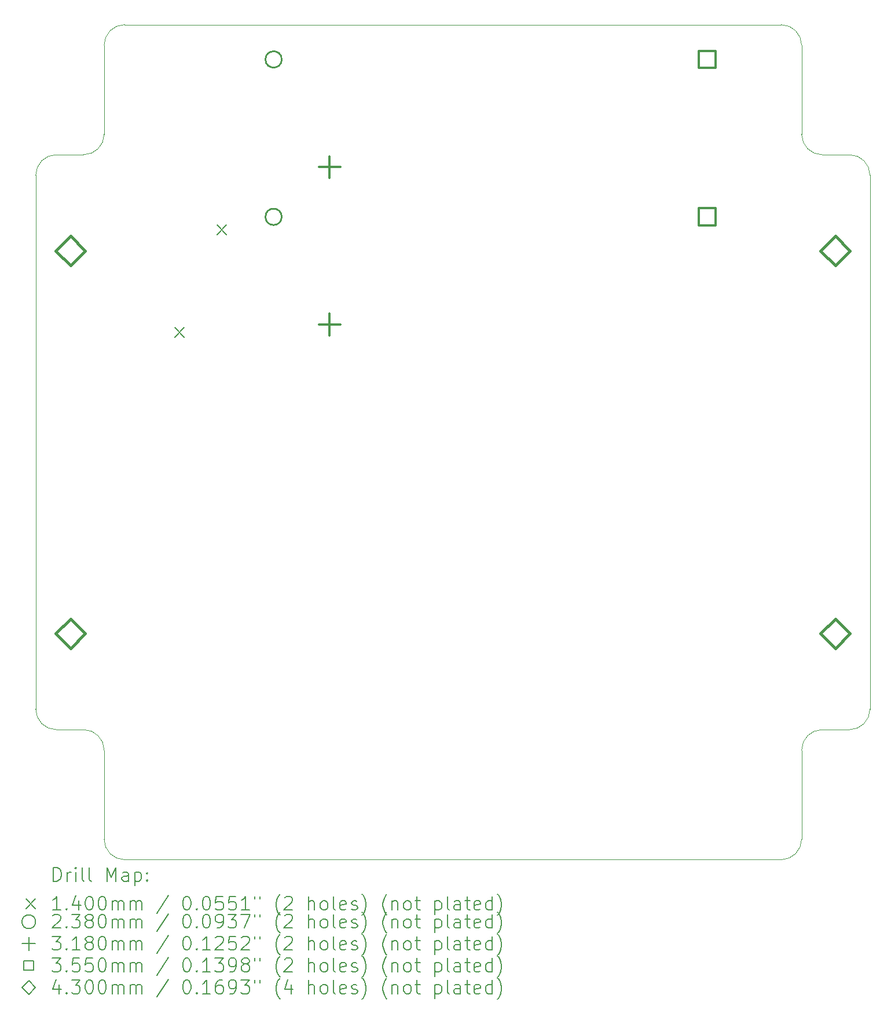
<source format=gbr>
%TF.GenerationSoftware,KiCad,Pcbnew,8.0.1*%
%TF.CreationDate,2024-03-22T19:40:02+01:00*%
%TF.ProjectId,BikeCounter_SingleBoard,42696b65-436f-4756-9e74-65725f53696e,rev?*%
%TF.SameCoordinates,Original*%
%TF.FileFunction,Drillmap*%
%TF.FilePolarity,Positive*%
%FSLAX45Y45*%
G04 Gerber Fmt 4.5, Leading zero omitted, Abs format (unit mm)*
G04 Created by KiCad (PCBNEW 8.0.1) date 2024-03-22 19:40:02*
%MOMM*%
%LPD*%
G01*
G04 APERTURE LIST*
%ADD10C,0.050000*%
%ADD11C,0.200000*%
%ADD12C,0.140000*%
%ADD13C,0.238000*%
%ADD14C,0.318000*%
%ADD15C,0.355000*%
%ADD16C,0.430000*%
G04 APERTURE END LIST*
D10*
X3000000Y-13952500D02*
X3000000Y-10052500D01*
X3700000Y-14252500D02*
X3300000Y-14252500D01*
X3300000Y-14252500D02*
G75*
G02*
X3000000Y-13952500I0J300000D01*
G01*
X14200000Y-4252500D02*
X14200000Y-5552500D01*
X4300000Y-16152500D02*
G75*
G02*
X4000000Y-15852500I0J300000D01*
G01*
X3000000Y-6152500D02*
G75*
G02*
X3300000Y-5852500I300000J0D01*
G01*
X15200000Y-13952500D02*
G75*
G02*
X14900000Y-14252500I-300000J0D01*
G01*
X14200000Y-15852500D02*
X14200000Y-14552500D01*
X14500000Y-5852500D02*
X14900000Y-5852500D01*
X14900000Y-5852500D02*
G75*
G02*
X15200000Y-6152500I0J-300000D01*
G01*
X3700000Y-5852500D02*
X3300000Y-5852500D01*
X3000000Y-6152500D02*
X3000000Y-10052500D01*
X15200000Y-6152500D02*
X15200000Y-10052500D01*
X4000000Y-5552500D02*
G75*
G02*
X3700000Y-5852500I-300000J0D01*
G01*
X14200000Y-15852500D02*
G75*
G02*
X13900000Y-16152500I-300000J0D01*
G01*
X4300000Y-16152500D02*
X9100000Y-16152500D01*
X13900000Y-3952500D02*
G75*
G02*
X14200000Y-4252500I0J-300000D01*
G01*
X4000000Y-4252500D02*
G75*
G02*
X4300000Y-3952500I300000J0D01*
G01*
X14500000Y-14252500D02*
X14900000Y-14252500D01*
X14200000Y-14552500D02*
G75*
G02*
X14500000Y-14252500I300000J0D01*
G01*
X4000000Y-15852500D02*
X4000000Y-14552500D01*
X13900000Y-3952500D02*
X9100000Y-3952500D01*
X4000000Y-4252500D02*
X4000000Y-5552500D01*
X15200000Y-13952500D02*
X15200000Y-10052500D01*
X14500000Y-5852500D02*
G75*
G02*
X14200000Y-5552500I0J300000D01*
G01*
X4300000Y-3952500D02*
X9100000Y-3952500D01*
X13900000Y-16152500D02*
X9100000Y-16152500D01*
X3700000Y-14252500D02*
G75*
G02*
X4000000Y-14552500I0J-300000D01*
G01*
D11*
D12*
X5030000Y-8380000D02*
X5170000Y-8520000D01*
X5170000Y-8380000D02*
X5030000Y-8520000D01*
X5650000Y-6880000D02*
X5790000Y-7020000D01*
X5790000Y-6880000D02*
X5650000Y-7020000D01*
D13*
X6597000Y-4460500D02*
G75*
G02*
X6359000Y-4460500I-119000J0D01*
G01*
X6359000Y-4460500D02*
G75*
G02*
X6597000Y-4460500I119000J0D01*
G01*
X6597000Y-6760500D02*
G75*
G02*
X6359000Y-6760500I-119000J0D01*
G01*
X6359000Y-6760500D02*
G75*
G02*
X6597000Y-6760500I119000J0D01*
G01*
D14*
X7298000Y-5875500D02*
X7298000Y-6193500D01*
X7139000Y-6034500D02*
X7457000Y-6034500D01*
X7298000Y-8175500D02*
X7298000Y-8493500D01*
X7139000Y-8334500D02*
X7457000Y-8334500D01*
D15*
X12943513Y-4586013D02*
X12943513Y-4334987D01*
X12692487Y-4334987D01*
X12692487Y-4586013D01*
X12943513Y-4586013D01*
X12943513Y-6886013D02*
X12943513Y-6634987D01*
X12692487Y-6634987D01*
X12692487Y-6886013D01*
X12943513Y-6886013D01*
D16*
X3506500Y-7471000D02*
X3721500Y-7256000D01*
X3506500Y-7041000D01*
X3291500Y-7256000D01*
X3506500Y-7471000D01*
X3506500Y-13064000D02*
X3721500Y-12849000D01*
X3506500Y-12634000D01*
X3291500Y-12849000D01*
X3506500Y-13064000D01*
X14693500Y-7471000D02*
X14908500Y-7256000D01*
X14693500Y-7041000D01*
X14478500Y-7256000D01*
X14693500Y-7471000D01*
X14693500Y-13064000D02*
X14908500Y-12849000D01*
X14693500Y-12634000D01*
X14478500Y-12849000D01*
X14693500Y-13064000D01*
D11*
X3258277Y-16466484D02*
X3258277Y-16266484D01*
X3258277Y-16266484D02*
X3305896Y-16266484D01*
X3305896Y-16266484D02*
X3334467Y-16276008D01*
X3334467Y-16276008D02*
X3353515Y-16295055D01*
X3353515Y-16295055D02*
X3363039Y-16314103D01*
X3363039Y-16314103D02*
X3372562Y-16352198D01*
X3372562Y-16352198D02*
X3372562Y-16380769D01*
X3372562Y-16380769D02*
X3363039Y-16418865D01*
X3363039Y-16418865D02*
X3353515Y-16437912D01*
X3353515Y-16437912D02*
X3334467Y-16456960D01*
X3334467Y-16456960D02*
X3305896Y-16466484D01*
X3305896Y-16466484D02*
X3258277Y-16466484D01*
X3458277Y-16466484D02*
X3458277Y-16333150D01*
X3458277Y-16371246D02*
X3467801Y-16352198D01*
X3467801Y-16352198D02*
X3477324Y-16342674D01*
X3477324Y-16342674D02*
X3496372Y-16333150D01*
X3496372Y-16333150D02*
X3515420Y-16333150D01*
X3582086Y-16466484D02*
X3582086Y-16333150D01*
X3582086Y-16266484D02*
X3572562Y-16276008D01*
X3572562Y-16276008D02*
X3582086Y-16285531D01*
X3582086Y-16285531D02*
X3591610Y-16276008D01*
X3591610Y-16276008D02*
X3582086Y-16266484D01*
X3582086Y-16266484D02*
X3582086Y-16285531D01*
X3705896Y-16466484D02*
X3686848Y-16456960D01*
X3686848Y-16456960D02*
X3677324Y-16437912D01*
X3677324Y-16437912D02*
X3677324Y-16266484D01*
X3810658Y-16466484D02*
X3791610Y-16456960D01*
X3791610Y-16456960D02*
X3782086Y-16437912D01*
X3782086Y-16437912D02*
X3782086Y-16266484D01*
X4039229Y-16466484D02*
X4039229Y-16266484D01*
X4039229Y-16266484D02*
X4105896Y-16409341D01*
X4105896Y-16409341D02*
X4172562Y-16266484D01*
X4172562Y-16266484D02*
X4172562Y-16466484D01*
X4353515Y-16466484D02*
X4353515Y-16361722D01*
X4353515Y-16361722D02*
X4343991Y-16342674D01*
X4343991Y-16342674D02*
X4324944Y-16333150D01*
X4324944Y-16333150D02*
X4286848Y-16333150D01*
X4286848Y-16333150D02*
X4267801Y-16342674D01*
X4353515Y-16456960D02*
X4334467Y-16466484D01*
X4334467Y-16466484D02*
X4286848Y-16466484D01*
X4286848Y-16466484D02*
X4267801Y-16456960D01*
X4267801Y-16456960D02*
X4258277Y-16437912D01*
X4258277Y-16437912D02*
X4258277Y-16418865D01*
X4258277Y-16418865D02*
X4267801Y-16399817D01*
X4267801Y-16399817D02*
X4286848Y-16390293D01*
X4286848Y-16390293D02*
X4334467Y-16390293D01*
X4334467Y-16390293D02*
X4353515Y-16380769D01*
X4448753Y-16333150D02*
X4448753Y-16533150D01*
X4448753Y-16342674D02*
X4467801Y-16333150D01*
X4467801Y-16333150D02*
X4505896Y-16333150D01*
X4505896Y-16333150D02*
X4524944Y-16342674D01*
X4524944Y-16342674D02*
X4534467Y-16352198D01*
X4534467Y-16352198D02*
X4543991Y-16371246D01*
X4543991Y-16371246D02*
X4543991Y-16428388D01*
X4543991Y-16428388D02*
X4534467Y-16447436D01*
X4534467Y-16447436D02*
X4524944Y-16456960D01*
X4524944Y-16456960D02*
X4505896Y-16466484D01*
X4505896Y-16466484D02*
X4467801Y-16466484D01*
X4467801Y-16466484D02*
X4448753Y-16456960D01*
X4629705Y-16447436D02*
X4639229Y-16456960D01*
X4639229Y-16456960D02*
X4629705Y-16466484D01*
X4629705Y-16466484D02*
X4620182Y-16456960D01*
X4620182Y-16456960D02*
X4629705Y-16447436D01*
X4629705Y-16447436D02*
X4629705Y-16466484D01*
X4629705Y-16342674D02*
X4639229Y-16352198D01*
X4639229Y-16352198D02*
X4629705Y-16361722D01*
X4629705Y-16361722D02*
X4620182Y-16352198D01*
X4620182Y-16352198D02*
X4629705Y-16342674D01*
X4629705Y-16342674D02*
X4629705Y-16361722D01*
D12*
X2857500Y-16725000D02*
X2997500Y-16865000D01*
X2997500Y-16725000D02*
X2857500Y-16865000D01*
D11*
X3363039Y-16886484D02*
X3248753Y-16886484D01*
X3305896Y-16886484D02*
X3305896Y-16686484D01*
X3305896Y-16686484D02*
X3286848Y-16715055D01*
X3286848Y-16715055D02*
X3267801Y-16734103D01*
X3267801Y-16734103D02*
X3248753Y-16743627D01*
X3448753Y-16867436D02*
X3458277Y-16876960D01*
X3458277Y-16876960D02*
X3448753Y-16886484D01*
X3448753Y-16886484D02*
X3439229Y-16876960D01*
X3439229Y-16876960D02*
X3448753Y-16867436D01*
X3448753Y-16867436D02*
X3448753Y-16886484D01*
X3629705Y-16753150D02*
X3629705Y-16886484D01*
X3582086Y-16676960D02*
X3534467Y-16819817D01*
X3534467Y-16819817D02*
X3658277Y-16819817D01*
X3772562Y-16686484D02*
X3791610Y-16686484D01*
X3791610Y-16686484D02*
X3810658Y-16696008D01*
X3810658Y-16696008D02*
X3820182Y-16705531D01*
X3820182Y-16705531D02*
X3829705Y-16724579D01*
X3829705Y-16724579D02*
X3839229Y-16762674D01*
X3839229Y-16762674D02*
X3839229Y-16810293D01*
X3839229Y-16810293D02*
X3829705Y-16848389D01*
X3829705Y-16848389D02*
X3820182Y-16867436D01*
X3820182Y-16867436D02*
X3810658Y-16876960D01*
X3810658Y-16876960D02*
X3791610Y-16886484D01*
X3791610Y-16886484D02*
X3772562Y-16886484D01*
X3772562Y-16886484D02*
X3753515Y-16876960D01*
X3753515Y-16876960D02*
X3743991Y-16867436D01*
X3743991Y-16867436D02*
X3734467Y-16848389D01*
X3734467Y-16848389D02*
X3724943Y-16810293D01*
X3724943Y-16810293D02*
X3724943Y-16762674D01*
X3724943Y-16762674D02*
X3734467Y-16724579D01*
X3734467Y-16724579D02*
X3743991Y-16705531D01*
X3743991Y-16705531D02*
X3753515Y-16696008D01*
X3753515Y-16696008D02*
X3772562Y-16686484D01*
X3963039Y-16686484D02*
X3982086Y-16686484D01*
X3982086Y-16686484D02*
X4001134Y-16696008D01*
X4001134Y-16696008D02*
X4010658Y-16705531D01*
X4010658Y-16705531D02*
X4020182Y-16724579D01*
X4020182Y-16724579D02*
X4029705Y-16762674D01*
X4029705Y-16762674D02*
X4029705Y-16810293D01*
X4029705Y-16810293D02*
X4020182Y-16848389D01*
X4020182Y-16848389D02*
X4010658Y-16867436D01*
X4010658Y-16867436D02*
X4001134Y-16876960D01*
X4001134Y-16876960D02*
X3982086Y-16886484D01*
X3982086Y-16886484D02*
X3963039Y-16886484D01*
X3963039Y-16886484D02*
X3943991Y-16876960D01*
X3943991Y-16876960D02*
X3934467Y-16867436D01*
X3934467Y-16867436D02*
X3924943Y-16848389D01*
X3924943Y-16848389D02*
X3915420Y-16810293D01*
X3915420Y-16810293D02*
X3915420Y-16762674D01*
X3915420Y-16762674D02*
X3924943Y-16724579D01*
X3924943Y-16724579D02*
X3934467Y-16705531D01*
X3934467Y-16705531D02*
X3943991Y-16696008D01*
X3943991Y-16696008D02*
X3963039Y-16686484D01*
X4115420Y-16886484D02*
X4115420Y-16753150D01*
X4115420Y-16772198D02*
X4124943Y-16762674D01*
X4124943Y-16762674D02*
X4143991Y-16753150D01*
X4143991Y-16753150D02*
X4172563Y-16753150D01*
X4172563Y-16753150D02*
X4191610Y-16762674D01*
X4191610Y-16762674D02*
X4201134Y-16781722D01*
X4201134Y-16781722D02*
X4201134Y-16886484D01*
X4201134Y-16781722D02*
X4210658Y-16762674D01*
X4210658Y-16762674D02*
X4229705Y-16753150D01*
X4229705Y-16753150D02*
X4258277Y-16753150D01*
X4258277Y-16753150D02*
X4277325Y-16762674D01*
X4277325Y-16762674D02*
X4286848Y-16781722D01*
X4286848Y-16781722D02*
X4286848Y-16886484D01*
X4382086Y-16886484D02*
X4382086Y-16753150D01*
X4382086Y-16772198D02*
X4391610Y-16762674D01*
X4391610Y-16762674D02*
X4410658Y-16753150D01*
X4410658Y-16753150D02*
X4439229Y-16753150D01*
X4439229Y-16753150D02*
X4458277Y-16762674D01*
X4458277Y-16762674D02*
X4467801Y-16781722D01*
X4467801Y-16781722D02*
X4467801Y-16886484D01*
X4467801Y-16781722D02*
X4477325Y-16762674D01*
X4477325Y-16762674D02*
X4496372Y-16753150D01*
X4496372Y-16753150D02*
X4524944Y-16753150D01*
X4524944Y-16753150D02*
X4543991Y-16762674D01*
X4543991Y-16762674D02*
X4553515Y-16781722D01*
X4553515Y-16781722D02*
X4553515Y-16886484D01*
X4943991Y-16676960D02*
X4772563Y-16934103D01*
X5201134Y-16686484D02*
X5220182Y-16686484D01*
X5220182Y-16686484D02*
X5239229Y-16696008D01*
X5239229Y-16696008D02*
X5248753Y-16705531D01*
X5248753Y-16705531D02*
X5258277Y-16724579D01*
X5258277Y-16724579D02*
X5267801Y-16762674D01*
X5267801Y-16762674D02*
X5267801Y-16810293D01*
X5267801Y-16810293D02*
X5258277Y-16848389D01*
X5258277Y-16848389D02*
X5248753Y-16867436D01*
X5248753Y-16867436D02*
X5239229Y-16876960D01*
X5239229Y-16876960D02*
X5220182Y-16886484D01*
X5220182Y-16886484D02*
X5201134Y-16886484D01*
X5201134Y-16886484D02*
X5182087Y-16876960D01*
X5182087Y-16876960D02*
X5172563Y-16867436D01*
X5172563Y-16867436D02*
X5163039Y-16848389D01*
X5163039Y-16848389D02*
X5153515Y-16810293D01*
X5153515Y-16810293D02*
X5153515Y-16762674D01*
X5153515Y-16762674D02*
X5163039Y-16724579D01*
X5163039Y-16724579D02*
X5172563Y-16705531D01*
X5172563Y-16705531D02*
X5182087Y-16696008D01*
X5182087Y-16696008D02*
X5201134Y-16686484D01*
X5353515Y-16867436D02*
X5363039Y-16876960D01*
X5363039Y-16876960D02*
X5353515Y-16886484D01*
X5353515Y-16886484D02*
X5343991Y-16876960D01*
X5343991Y-16876960D02*
X5353515Y-16867436D01*
X5353515Y-16867436D02*
X5353515Y-16886484D01*
X5486848Y-16686484D02*
X5505896Y-16686484D01*
X5505896Y-16686484D02*
X5524944Y-16696008D01*
X5524944Y-16696008D02*
X5534468Y-16705531D01*
X5534468Y-16705531D02*
X5543991Y-16724579D01*
X5543991Y-16724579D02*
X5553515Y-16762674D01*
X5553515Y-16762674D02*
X5553515Y-16810293D01*
X5553515Y-16810293D02*
X5543991Y-16848389D01*
X5543991Y-16848389D02*
X5534468Y-16867436D01*
X5534468Y-16867436D02*
X5524944Y-16876960D01*
X5524944Y-16876960D02*
X5505896Y-16886484D01*
X5505896Y-16886484D02*
X5486848Y-16886484D01*
X5486848Y-16886484D02*
X5467801Y-16876960D01*
X5467801Y-16876960D02*
X5458277Y-16867436D01*
X5458277Y-16867436D02*
X5448753Y-16848389D01*
X5448753Y-16848389D02*
X5439229Y-16810293D01*
X5439229Y-16810293D02*
X5439229Y-16762674D01*
X5439229Y-16762674D02*
X5448753Y-16724579D01*
X5448753Y-16724579D02*
X5458277Y-16705531D01*
X5458277Y-16705531D02*
X5467801Y-16696008D01*
X5467801Y-16696008D02*
X5486848Y-16686484D01*
X5734467Y-16686484D02*
X5639229Y-16686484D01*
X5639229Y-16686484D02*
X5629706Y-16781722D01*
X5629706Y-16781722D02*
X5639229Y-16772198D01*
X5639229Y-16772198D02*
X5658277Y-16762674D01*
X5658277Y-16762674D02*
X5705896Y-16762674D01*
X5705896Y-16762674D02*
X5724944Y-16772198D01*
X5724944Y-16772198D02*
X5734467Y-16781722D01*
X5734467Y-16781722D02*
X5743991Y-16800770D01*
X5743991Y-16800770D02*
X5743991Y-16848389D01*
X5743991Y-16848389D02*
X5734467Y-16867436D01*
X5734467Y-16867436D02*
X5724944Y-16876960D01*
X5724944Y-16876960D02*
X5705896Y-16886484D01*
X5705896Y-16886484D02*
X5658277Y-16886484D01*
X5658277Y-16886484D02*
X5639229Y-16876960D01*
X5639229Y-16876960D02*
X5629706Y-16867436D01*
X5924944Y-16686484D02*
X5829706Y-16686484D01*
X5829706Y-16686484D02*
X5820182Y-16781722D01*
X5820182Y-16781722D02*
X5829706Y-16772198D01*
X5829706Y-16772198D02*
X5848753Y-16762674D01*
X5848753Y-16762674D02*
X5896372Y-16762674D01*
X5896372Y-16762674D02*
X5915420Y-16772198D01*
X5915420Y-16772198D02*
X5924944Y-16781722D01*
X5924944Y-16781722D02*
X5934467Y-16800770D01*
X5934467Y-16800770D02*
X5934467Y-16848389D01*
X5934467Y-16848389D02*
X5924944Y-16867436D01*
X5924944Y-16867436D02*
X5915420Y-16876960D01*
X5915420Y-16876960D02*
X5896372Y-16886484D01*
X5896372Y-16886484D02*
X5848753Y-16886484D01*
X5848753Y-16886484D02*
X5829706Y-16876960D01*
X5829706Y-16876960D02*
X5820182Y-16867436D01*
X6124944Y-16886484D02*
X6010658Y-16886484D01*
X6067801Y-16886484D02*
X6067801Y-16686484D01*
X6067801Y-16686484D02*
X6048753Y-16715055D01*
X6048753Y-16715055D02*
X6029706Y-16734103D01*
X6029706Y-16734103D02*
X6010658Y-16743627D01*
X6201134Y-16686484D02*
X6201134Y-16724579D01*
X6277325Y-16686484D02*
X6277325Y-16724579D01*
X6572563Y-16962674D02*
X6563039Y-16953150D01*
X6563039Y-16953150D02*
X6543991Y-16924579D01*
X6543991Y-16924579D02*
X6534468Y-16905531D01*
X6534468Y-16905531D02*
X6524944Y-16876960D01*
X6524944Y-16876960D02*
X6515420Y-16829341D01*
X6515420Y-16829341D02*
X6515420Y-16791246D01*
X6515420Y-16791246D02*
X6524944Y-16743627D01*
X6524944Y-16743627D02*
X6534468Y-16715055D01*
X6534468Y-16715055D02*
X6543991Y-16696008D01*
X6543991Y-16696008D02*
X6563039Y-16667436D01*
X6563039Y-16667436D02*
X6572563Y-16657912D01*
X6639229Y-16705531D02*
X6648753Y-16696008D01*
X6648753Y-16696008D02*
X6667801Y-16686484D01*
X6667801Y-16686484D02*
X6715420Y-16686484D01*
X6715420Y-16686484D02*
X6734468Y-16696008D01*
X6734468Y-16696008D02*
X6743991Y-16705531D01*
X6743991Y-16705531D02*
X6753515Y-16724579D01*
X6753515Y-16724579D02*
X6753515Y-16743627D01*
X6753515Y-16743627D02*
X6743991Y-16772198D01*
X6743991Y-16772198D02*
X6629706Y-16886484D01*
X6629706Y-16886484D02*
X6753515Y-16886484D01*
X6991610Y-16886484D02*
X6991610Y-16686484D01*
X7077325Y-16886484D02*
X7077325Y-16781722D01*
X7077325Y-16781722D02*
X7067801Y-16762674D01*
X7067801Y-16762674D02*
X7048753Y-16753150D01*
X7048753Y-16753150D02*
X7020182Y-16753150D01*
X7020182Y-16753150D02*
X7001134Y-16762674D01*
X7001134Y-16762674D02*
X6991610Y-16772198D01*
X7201134Y-16886484D02*
X7182087Y-16876960D01*
X7182087Y-16876960D02*
X7172563Y-16867436D01*
X7172563Y-16867436D02*
X7163039Y-16848389D01*
X7163039Y-16848389D02*
X7163039Y-16791246D01*
X7163039Y-16791246D02*
X7172563Y-16772198D01*
X7172563Y-16772198D02*
X7182087Y-16762674D01*
X7182087Y-16762674D02*
X7201134Y-16753150D01*
X7201134Y-16753150D02*
X7229706Y-16753150D01*
X7229706Y-16753150D02*
X7248753Y-16762674D01*
X7248753Y-16762674D02*
X7258277Y-16772198D01*
X7258277Y-16772198D02*
X7267801Y-16791246D01*
X7267801Y-16791246D02*
X7267801Y-16848389D01*
X7267801Y-16848389D02*
X7258277Y-16867436D01*
X7258277Y-16867436D02*
X7248753Y-16876960D01*
X7248753Y-16876960D02*
X7229706Y-16886484D01*
X7229706Y-16886484D02*
X7201134Y-16886484D01*
X7382087Y-16886484D02*
X7363039Y-16876960D01*
X7363039Y-16876960D02*
X7353515Y-16857912D01*
X7353515Y-16857912D02*
X7353515Y-16686484D01*
X7534468Y-16876960D02*
X7515420Y-16886484D01*
X7515420Y-16886484D02*
X7477325Y-16886484D01*
X7477325Y-16886484D02*
X7458277Y-16876960D01*
X7458277Y-16876960D02*
X7448753Y-16857912D01*
X7448753Y-16857912D02*
X7448753Y-16781722D01*
X7448753Y-16781722D02*
X7458277Y-16762674D01*
X7458277Y-16762674D02*
X7477325Y-16753150D01*
X7477325Y-16753150D02*
X7515420Y-16753150D01*
X7515420Y-16753150D02*
X7534468Y-16762674D01*
X7534468Y-16762674D02*
X7543991Y-16781722D01*
X7543991Y-16781722D02*
X7543991Y-16800770D01*
X7543991Y-16800770D02*
X7448753Y-16819817D01*
X7620182Y-16876960D02*
X7639230Y-16886484D01*
X7639230Y-16886484D02*
X7677325Y-16886484D01*
X7677325Y-16886484D02*
X7696372Y-16876960D01*
X7696372Y-16876960D02*
X7705896Y-16857912D01*
X7705896Y-16857912D02*
X7705896Y-16848389D01*
X7705896Y-16848389D02*
X7696372Y-16829341D01*
X7696372Y-16829341D02*
X7677325Y-16819817D01*
X7677325Y-16819817D02*
X7648753Y-16819817D01*
X7648753Y-16819817D02*
X7629706Y-16810293D01*
X7629706Y-16810293D02*
X7620182Y-16791246D01*
X7620182Y-16791246D02*
X7620182Y-16781722D01*
X7620182Y-16781722D02*
X7629706Y-16762674D01*
X7629706Y-16762674D02*
X7648753Y-16753150D01*
X7648753Y-16753150D02*
X7677325Y-16753150D01*
X7677325Y-16753150D02*
X7696372Y-16762674D01*
X7772563Y-16962674D02*
X7782087Y-16953150D01*
X7782087Y-16953150D02*
X7801134Y-16924579D01*
X7801134Y-16924579D02*
X7810658Y-16905531D01*
X7810658Y-16905531D02*
X7820182Y-16876960D01*
X7820182Y-16876960D02*
X7829706Y-16829341D01*
X7829706Y-16829341D02*
X7829706Y-16791246D01*
X7829706Y-16791246D02*
X7820182Y-16743627D01*
X7820182Y-16743627D02*
X7810658Y-16715055D01*
X7810658Y-16715055D02*
X7801134Y-16696008D01*
X7801134Y-16696008D02*
X7782087Y-16667436D01*
X7782087Y-16667436D02*
X7772563Y-16657912D01*
X8134468Y-16962674D02*
X8124944Y-16953150D01*
X8124944Y-16953150D02*
X8105896Y-16924579D01*
X8105896Y-16924579D02*
X8096372Y-16905531D01*
X8096372Y-16905531D02*
X8086849Y-16876960D01*
X8086849Y-16876960D02*
X8077325Y-16829341D01*
X8077325Y-16829341D02*
X8077325Y-16791246D01*
X8077325Y-16791246D02*
X8086849Y-16743627D01*
X8086849Y-16743627D02*
X8096372Y-16715055D01*
X8096372Y-16715055D02*
X8105896Y-16696008D01*
X8105896Y-16696008D02*
X8124944Y-16667436D01*
X8124944Y-16667436D02*
X8134468Y-16657912D01*
X8210658Y-16753150D02*
X8210658Y-16886484D01*
X8210658Y-16772198D02*
X8220182Y-16762674D01*
X8220182Y-16762674D02*
X8239230Y-16753150D01*
X8239230Y-16753150D02*
X8267801Y-16753150D01*
X8267801Y-16753150D02*
X8286849Y-16762674D01*
X8286849Y-16762674D02*
X8296372Y-16781722D01*
X8296372Y-16781722D02*
X8296372Y-16886484D01*
X8420182Y-16886484D02*
X8401134Y-16876960D01*
X8401134Y-16876960D02*
X8391611Y-16867436D01*
X8391611Y-16867436D02*
X8382087Y-16848389D01*
X8382087Y-16848389D02*
X8382087Y-16791246D01*
X8382087Y-16791246D02*
X8391611Y-16772198D01*
X8391611Y-16772198D02*
X8401134Y-16762674D01*
X8401134Y-16762674D02*
X8420182Y-16753150D01*
X8420182Y-16753150D02*
X8448754Y-16753150D01*
X8448754Y-16753150D02*
X8467801Y-16762674D01*
X8467801Y-16762674D02*
X8477325Y-16772198D01*
X8477325Y-16772198D02*
X8486849Y-16791246D01*
X8486849Y-16791246D02*
X8486849Y-16848389D01*
X8486849Y-16848389D02*
X8477325Y-16867436D01*
X8477325Y-16867436D02*
X8467801Y-16876960D01*
X8467801Y-16876960D02*
X8448754Y-16886484D01*
X8448754Y-16886484D02*
X8420182Y-16886484D01*
X8543992Y-16753150D02*
X8620182Y-16753150D01*
X8572563Y-16686484D02*
X8572563Y-16857912D01*
X8572563Y-16857912D02*
X8582087Y-16876960D01*
X8582087Y-16876960D02*
X8601134Y-16886484D01*
X8601134Y-16886484D02*
X8620182Y-16886484D01*
X8839230Y-16753150D02*
X8839230Y-16953150D01*
X8839230Y-16762674D02*
X8858277Y-16753150D01*
X8858277Y-16753150D02*
X8896373Y-16753150D01*
X8896373Y-16753150D02*
X8915420Y-16762674D01*
X8915420Y-16762674D02*
X8924944Y-16772198D01*
X8924944Y-16772198D02*
X8934468Y-16791246D01*
X8934468Y-16791246D02*
X8934468Y-16848389D01*
X8934468Y-16848389D02*
X8924944Y-16867436D01*
X8924944Y-16867436D02*
X8915420Y-16876960D01*
X8915420Y-16876960D02*
X8896373Y-16886484D01*
X8896373Y-16886484D02*
X8858277Y-16886484D01*
X8858277Y-16886484D02*
X8839230Y-16876960D01*
X9048754Y-16886484D02*
X9029706Y-16876960D01*
X9029706Y-16876960D02*
X9020182Y-16857912D01*
X9020182Y-16857912D02*
X9020182Y-16686484D01*
X9210658Y-16886484D02*
X9210658Y-16781722D01*
X9210658Y-16781722D02*
X9201135Y-16762674D01*
X9201135Y-16762674D02*
X9182087Y-16753150D01*
X9182087Y-16753150D02*
X9143992Y-16753150D01*
X9143992Y-16753150D02*
X9124944Y-16762674D01*
X9210658Y-16876960D02*
X9191611Y-16886484D01*
X9191611Y-16886484D02*
X9143992Y-16886484D01*
X9143992Y-16886484D02*
X9124944Y-16876960D01*
X9124944Y-16876960D02*
X9115420Y-16857912D01*
X9115420Y-16857912D02*
X9115420Y-16838865D01*
X9115420Y-16838865D02*
X9124944Y-16819817D01*
X9124944Y-16819817D02*
X9143992Y-16810293D01*
X9143992Y-16810293D02*
X9191611Y-16810293D01*
X9191611Y-16810293D02*
X9210658Y-16800770D01*
X9277325Y-16753150D02*
X9353515Y-16753150D01*
X9305896Y-16686484D02*
X9305896Y-16857912D01*
X9305896Y-16857912D02*
X9315420Y-16876960D01*
X9315420Y-16876960D02*
X9334468Y-16886484D01*
X9334468Y-16886484D02*
X9353515Y-16886484D01*
X9496373Y-16876960D02*
X9477325Y-16886484D01*
X9477325Y-16886484D02*
X9439230Y-16886484D01*
X9439230Y-16886484D02*
X9420182Y-16876960D01*
X9420182Y-16876960D02*
X9410658Y-16857912D01*
X9410658Y-16857912D02*
X9410658Y-16781722D01*
X9410658Y-16781722D02*
X9420182Y-16762674D01*
X9420182Y-16762674D02*
X9439230Y-16753150D01*
X9439230Y-16753150D02*
X9477325Y-16753150D01*
X9477325Y-16753150D02*
X9496373Y-16762674D01*
X9496373Y-16762674D02*
X9505896Y-16781722D01*
X9505896Y-16781722D02*
X9505896Y-16800770D01*
X9505896Y-16800770D02*
X9410658Y-16819817D01*
X9677325Y-16886484D02*
X9677325Y-16686484D01*
X9677325Y-16876960D02*
X9658277Y-16886484D01*
X9658277Y-16886484D02*
X9620182Y-16886484D01*
X9620182Y-16886484D02*
X9601135Y-16876960D01*
X9601135Y-16876960D02*
X9591611Y-16867436D01*
X9591611Y-16867436D02*
X9582087Y-16848389D01*
X9582087Y-16848389D02*
X9582087Y-16791246D01*
X9582087Y-16791246D02*
X9591611Y-16772198D01*
X9591611Y-16772198D02*
X9601135Y-16762674D01*
X9601135Y-16762674D02*
X9620182Y-16753150D01*
X9620182Y-16753150D02*
X9658277Y-16753150D01*
X9658277Y-16753150D02*
X9677325Y-16762674D01*
X9753516Y-16962674D02*
X9763039Y-16953150D01*
X9763039Y-16953150D02*
X9782087Y-16924579D01*
X9782087Y-16924579D02*
X9791611Y-16905531D01*
X9791611Y-16905531D02*
X9801135Y-16876960D01*
X9801135Y-16876960D02*
X9810658Y-16829341D01*
X9810658Y-16829341D02*
X9810658Y-16791246D01*
X9810658Y-16791246D02*
X9801135Y-16743627D01*
X9801135Y-16743627D02*
X9791611Y-16715055D01*
X9791611Y-16715055D02*
X9782087Y-16696008D01*
X9782087Y-16696008D02*
X9763039Y-16667436D01*
X9763039Y-16667436D02*
X9753516Y-16657912D01*
X2997500Y-17059000D02*
G75*
G02*
X2797500Y-17059000I-100000J0D01*
G01*
X2797500Y-17059000D02*
G75*
G02*
X2997500Y-17059000I100000J0D01*
G01*
X3248753Y-16969531D02*
X3258277Y-16960008D01*
X3258277Y-16960008D02*
X3277324Y-16950484D01*
X3277324Y-16950484D02*
X3324943Y-16950484D01*
X3324943Y-16950484D02*
X3343991Y-16960008D01*
X3343991Y-16960008D02*
X3353515Y-16969531D01*
X3353515Y-16969531D02*
X3363039Y-16988579D01*
X3363039Y-16988579D02*
X3363039Y-17007627D01*
X3363039Y-17007627D02*
X3353515Y-17036198D01*
X3353515Y-17036198D02*
X3239229Y-17150484D01*
X3239229Y-17150484D02*
X3363039Y-17150484D01*
X3448753Y-17131436D02*
X3458277Y-17140960D01*
X3458277Y-17140960D02*
X3448753Y-17150484D01*
X3448753Y-17150484D02*
X3439229Y-17140960D01*
X3439229Y-17140960D02*
X3448753Y-17131436D01*
X3448753Y-17131436D02*
X3448753Y-17150484D01*
X3524943Y-16950484D02*
X3648753Y-16950484D01*
X3648753Y-16950484D02*
X3582086Y-17026674D01*
X3582086Y-17026674D02*
X3610658Y-17026674D01*
X3610658Y-17026674D02*
X3629705Y-17036198D01*
X3629705Y-17036198D02*
X3639229Y-17045722D01*
X3639229Y-17045722D02*
X3648753Y-17064770D01*
X3648753Y-17064770D02*
X3648753Y-17112389D01*
X3648753Y-17112389D02*
X3639229Y-17131436D01*
X3639229Y-17131436D02*
X3629705Y-17140960D01*
X3629705Y-17140960D02*
X3610658Y-17150484D01*
X3610658Y-17150484D02*
X3553515Y-17150484D01*
X3553515Y-17150484D02*
X3534467Y-17140960D01*
X3534467Y-17140960D02*
X3524943Y-17131436D01*
X3763039Y-17036198D02*
X3743991Y-17026674D01*
X3743991Y-17026674D02*
X3734467Y-17017150D01*
X3734467Y-17017150D02*
X3724943Y-16998103D01*
X3724943Y-16998103D02*
X3724943Y-16988579D01*
X3724943Y-16988579D02*
X3734467Y-16969531D01*
X3734467Y-16969531D02*
X3743991Y-16960008D01*
X3743991Y-16960008D02*
X3763039Y-16950484D01*
X3763039Y-16950484D02*
X3801134Y-16950484D01*
X3801134Y-16950484D02*
X3820182Y-16960008D01*
X3820182Y-16960008D02*
X3829705Y-16969531D01*
X3829705Y-16969531D02*
X3839229Y-16988579D01*
X3839229Y-16988579D02*
X3839229Y-16998103D01*
X3839229Y-16998103D02*
X3829705Y-17017150D01*
X3829705Y-17017150D02*
X3820182Y-17026674D01*
X3820182Y-17026674D02*
X3801134Y-17036198D01*
X3801134Y-17036198D02*
X3763039Y-17036198D01*
X3763039Y-17036198D02*
X3743991Y-17045722D01*
X3743991Y-17045722D02*
X3734467Y-17055246D01*
X3734467Y-17055246D02*
X3724943Y-17074293D01*
X3724943Y-17074293D02*
X3724943Y-17112389D01*
X3724943Y-17112389D02*
X3734467Y-17131436D01*
X3734467Y-17131436D02*
X3743991Y-17140960D01*
X3743991Y-17140960D02*
X3763039Y-17150484D01*
X3763039Y-17150484D02*
X3801134Y-17150484D01*
X3801134Y-17150484D02*
X3820182Y-17140960D01*
X3820182Y-17140960D02*
X3829705Y-17131436D01*
X3829705Y-17131436D02*
X3839229Y-17112389D01*
X3839229Y-17112389D02*
X3839229Y-17074293D01*
X3839229Y-17074293D02*
X3829705Y-17055246D01*
X3829705Y-17055246D02*
X3820182Y-17045722D01*
X3820182Y-17045722D02*
X3801134Y-17036198D01*
X3963039Y-16950484D02*
X3982086Y-16950484D01*
X3982086Y-16950484D02*
X4001134Y-16960008D01*
X4001134Y-16960008D02*
X4010658Y-16969531D01*
X4010658Y-16969531D02*
X4020182Y-16988579D01*
X4020182Y-16988579D02*
X4029705Y-17026674D01*
X4029705Y-17026674D02*
X4029705Y-17074293D01*
X4029705Y-17074293D02*
X4020182Y-17112389D01*
X4020182Y-17112389D02*
X4010658Y-17131436D01*
X4010658Y-17131436D02*
X4001134Y-17140960D01*
X4001134Y-17140960D02*
X3982086Y-17150484D01*
X3982086Y-17150484D02*
X3963039Y-17150484D01*
X3963039Y-17150484D02*
X3943991Y-17140960D01*
X3943991Y-17140960D02*
X3934467Y-17131436D01*
X3934467Y-17131436D02*
X3924943Y-17112389D01*
X3924943Y-17112389D02*
X3915420Y-17074293D01*
X3915420Y-17074293D02*
X3915420Y-17026674D01*
X3915420Y-17026674D02*
X3924943Y-16988579D01*
X3924943Y-16988579D02*
X3934467Y-16969531D01*
X3934467Y-16969531D02*
X3943991Y-16960008D01*
X3943991Y-16960008D02*
X3963039Y-16950484D01*
X4115420Y-17150484D02*
X4115420Y-17017150D01*
X4115420Y-17036198D02*
X4124943Y-17026674D01*
X4124943Y-17026674D02*
X4143991Y-17017150D01*
X4143991Y-17017150D02*
X4172563Y-17017150D01*
X4172563Y-17017150D02*
X4191610Y-17026674D01*
X4191610Y-17026674D02*
X4201134Y-17045722D01*
X4201134Y-17045722D02*
X4201134Y-17150484D01*
X4201134Y-17045722D02*
X4210658Y-17026674D01*
X4210658Y-17026674D02*
X4229705Y-17017150D01*
X4229705Y-17017150D02*
X4258277Y-17017150D01*
X4258277Y-17017150D02*
X4277325Y-17026674D01*
X4277325Y-17026674D02*
X4286848Y-17045722D01*
X4286848Y-17045722D02*
X4286848Y-17150484D01*
X4382086Y-17150484D02*
X4382086Y-17017150D01*
X4382086Y-17036198D02*
X4391610Y-17026674D01*
X4391610Y-17026674D02*
X4410658Y-17017150D01*
X4410658Y-17017150D02*
X4439229Y-17017150D01*
X4439229Y-17017150D02*
X4458277Y-17026674D01*
X4458277Y-17026674D02*
X4467801Y-17045722D01*
X4467801Y-17045722D02*
X4467801Y-17150484D01*
X4467801Y-17045722D02*
X4477325Y-17026674D01*
X4477325Y-17026674D02*
X4496372Y-17017150D01*
X4496372Y-17017150D02*
X4524944Y-17017150D01*
X4524944Y-17017150D02*
X4543991Y-17026674D01*
X4543991Y-17026674D02*
X4553515Y-17045722D01*
X4553515Y-17045722D02*
X4553515Y-17150484D01*
X4943991Y-16940960D02*
X4772563Y-17198103D01*
X5201134Y-16950484D02*
X5220182Y-16950484D01*
X5220182Y-16950484D02*
X5239229Y-16960008D01*
X5239229Y-16960008D02*
X5248753Y-16969531D01*
X5248753Y-16969531D02*
X5258277Y-16988579D01*
X5258277Y-16988579D02*
X5267801Y-17026674D01*
X5267801Y-17026674D02*
X5267801Y-17074293D01*
X5267801Y-17074293D02*
X5258277Y-17112389D01*
X5258277Y-17112389D02*
X5248753Y-17131436D01*
X5248753Y-17131436D02*
X5239229Y-17140960D01*
X5239229Y-17140960D02*
X5220182Y-17150484D01*
X5220182Y-17150484D02*
X5201134Y-17150484D01*
X5201134Y-17150484D02*
X5182087Y-17140960D01*
X5182087Y-17140960D02*
X5172563Y-17131436D01*
X5172563Y-17131436D02*
X5163039Y-17112389D01*
X5163039Y-17112389D02*
X5153515Y-17074293D01*
X5153515Y-17074293D02*
X5153515Y-17026674D01*
X5153515Y-17026674D02*
X5163039Y-16988579D01*
X5163039Y-16988579D02*
X5172563Y-16969531D01*
X5172563Y-16969531D02*
X5182087Y-16960008D01*
X5182087Y-16960008D02*
X5201134Y-16950484D01*
X5353515Y-17131436D02*
X5363039Y-17140960D01*
X5363039Y-17140960D02*
X5353515Y-17150484D01*
X5353515Y-17150484D02*
X5343991Y-17140960D01*
X5343991Y-17140960D02*
X5353515Y-17131436D01*
X5353515Y-17131436D02*
X5353515Y-17150484D01*
X5486848Y-16950484D02*
X5505896Y-16950484D01*
X5505896Y-16950484D02*
X5524944Y-16960008D01*
X5524944Y-16960008D02*
X5534468Y-16969531D01*
X5534468Y-16969531D02*
X5543991Y-16988579D01*
X5543991Y-16988579D02*
X5553515Y-17026674D01*
X5553515Y-17026674D02*
X5553515Y-17074293D01*
X5553515Y-17074293D02*
X5543991Y-17112389D01*
X5543991Y-17112389D02*
X5534468Y-17131436D01*
X5534468Y-17131436D02*
X5524944Y-17140960D01*
X5524944Y-17140960D02*
X5505896Y-17150484D01*
X5505896Y-17150484D02*
X5486848Y-17150484D01*
X5486848Y-17150484D02*
X5467801Y-17140960D01*
X5467801Y-17140960D02*
X5458277Y-17131436D01*
X5458277Y-17131436D02*
X5448753Y-17112389D01*
X5448753Y-17112389D02*
X5439229Y-17074293D01*
X5439229Y-17074293D02*
X5439229Y-17026674D01*
X5439229Y-17026674D02*
X5448753Y-16988579D01*
X5448753Y-16988579D02*
X5458277Y-16969531D01*
X5458277Y-16969531D02*
X5467801Y-16960008D01*
X5467801Y-16960008D02*
X5486848Y-16950484D01*
X5648753Y-17150484D02*
X5686848Y-17150484D01*
X5686848Y-17150484D02*
X5705896Y-17140960D01*
X5705896Y-17140960D02*
X5715420Y-17131436D01*
X5715420Y-17131436D02*
X5734467Y-17102865D01*
X5734467Y-17102865D02*
X5743991Y-17064770D01*
X5743991Y-17064770D02*
X5743991Y-16988579D01*
X5743991Y-16988579D02*
X5734467Y-16969531D01*
X5734467Y-16969531D02*
X5724944Y-16960008D01*
X5724944Y-16960008D02*
X5705896Y-16950484D01*
X5705896Y-16950484D02*
X5667801Y-16950484D01*
X5667801Y-16950484D02*
X5648753Y-16960008D01*
X5648753Y-16960008D02*
X5639229Y-16969531D01*
X5639229Y-16969531D02*
X5629706Y-16988579D01*
X5629706Y-16988579D02*
X5629706Y-17036198D01*
X5629706Y-17036198D02*
X5639229Y-17055246D01*
X5639229Y-17055246D02*
X5648753Y-17064770D01*
X5648753Y-17064770D02*
X5667801Y-17074293D01*
X5667801Y-17074293D02*
X5705896Y-17074293D01*
X5705896Y-17074293D02*
X5724944Y-17064770D01*
X5724944Y-17064770D02*
X5734467Y-17055246D01*
X5734467Y-17055246D02*
X5743991Y-17036198D01*
X5810658Y-16950484D02*
X5934467Y-16950484D01*
X5934467Y-16950484D02*
X5867801Y-17026674D01*
X5867801Y-17026674D02*
X5896372Y-17026674D01*
X5896372Y-17026674D02*
X5915420Y-17036198D01*
X5915420Y-17036198D02*
X5924944Y-17045722D01*
X5924944Y-17045722D02*
X5934467Y-17064770D01*
X5934467Y-17064770D02*
X5934467Y-17112389D01*
X5934467Y-17112389D02*
X5924944Y-17131436D01*
X5924944Y-17131436D02*
X5915420Y-17140960D01*
X5915420Y-17140960D02*
X5896372Y-17150484D01*
X5896372Y-17150484D02*
X5839229Y-17150484D01*
X5839229Y-17150484D02*
X5820182Y-17140960D01*
X5820182Y-17140960D02*
X5810658Y-17131436D01*
X6001134Y-16950484D02*
X6134467Y-16950484D01*
X6134467Y-16950484D02*
X6048753Y-17150484D01*
X6201134Y-16950484D02*
X6201134Y-16988579D01*
X6277325Y-16950484D02*
X6277325Y-16988579D01*
X6572563Y-17226674D02*
X6563039Y-17217150D01*
X6563039Y-17217150D02*
X6543991Y-17188579D01*
X6543991Y-17188579D02*
X6534468Y-17169531D01*
X6534468Y-17169531D02*
X6524944Y-17140960D01*
X6524944Y-17140960D02*
X6515420Y-17093341D01*
X6515420Y-17093341D02*
X6515420Y-17055246D01*
X6515420Y-17055246D02*
X6524944Y-17007627D01*
X6524944Y-17007627D02*
X6534468Y-16979055D01*
X6534468Y-16979055D02*
X6543991Y-16960008D01*
X6543991Y-16960008D02*
X6563039Y-16931436D01*
X6563039Y-16931436D02*
X6572563Y-16921912D01*
X6639229Y-16969531D02*
X6648753Y-16960008D01*
X6648753Y-16960008D02*
X6667801Y-16950484D01*
X6667801Y-16950484D02*
X6715420Y-16950484D01*
X6715420Y-16950484D02*
X6734468Y-16960008D01*
X6734468Y-16960008D02*
X6743991Y-16969531D01*
X6743991Y-16969531D02*
X6753515Y-16988579D01*
X6753515Y-16988579D02*
X6753515Y-17007627D01*
X6753515Y-17007627D02*
X6743991Y-17036198D01*
X6743991Y-17036198D02*
X6629706Y-17150484D01*
X6629706Y-17150484D02*
X6753515Y-17150484D01*
X6991610Y-17150484D02*
X6991610Y-16950484D01*
X7077325Y-17150484D02*
X7077325Y-17045722D01*
X7077325Y-17045722D02*
X7067801Y-17026674D01*
X7067801Y-17026674D02*
X7048753Y-17017150D01*
X7048753Y-17017150D02*
X7020182Y-17017150D01*
X7020182Y-17017150D02*
X7001134Y-17026674D01*
X7001134Y-17026674D02*
X6991610Y-17036198D01*
X7201134Y-17150484D02*
X7182087Y-17140960D01*
X7182087Y-17140960D02*
X7172563Y-17131436D01*
X7172563Y-17131436D02*
X7163039Y-17112389D01*
X7163039Y-17112389D02*
X7163039Y-17055246D01*
X7163039Y-17055246D02*
X7172563Y-17036198D01*
X7172563Y-17036198D02*
X7182087Y-17026674D01*
X7182087Y-17026674D02*
X7201134Y-17017150D01*
X7201134Y-17017150D02*
X7229706Y-17017150D01*
X7229706Y-17017150D02*
X7248753Y-17026674D01*
X7248753Y-17026674D02*
X7258277Y-17036198D01*
X7258277Y-17036198D02*
X7267801Y-17055246D01*
X7267801Y-17055246D02*
X7267801Y-17112389D01*
X7267801Y-17112389D02*
X7258277Y-17131436D01*
X7258277Y-17131436D02*
X7248753Y-17140960D01*
X7248753Y-17140960D02*
X7229706Y-17150484D01*
X7229706Y-17150484D02*
X7201134Y-17150484D01*
X7382087Y-17150484D02*
X7363039Y-17140960D01*
X7363039Y-17140960D02*
X7353515Y-17121912D01*
X7353515Y-17121912D02*
X7353515Y-16950484D01*
X7534468Y-17140960D02*
X7515420Y-17150484D01*
X7515420Y-17150484D02*
X7477325Y-17150484D01*
X7477325Y-17150484D02*
X7458277Y-17140960D01*
X7458277Y-17140960D02*
X7448753Y-17121912D01*
X7448753Y-17121912D02*
X7448753Y-17045722D01*
X7448753Y-17045722D02*
X7458277Y-17026674D01*
X7458277Y-17026674D02*
X7477325Y-17017150D01*
X7477325Y-17017150D02*
X7515420Y-17017150D01*
X7515420Y-17017150D02*
X7534468Y-17026674D01*
X7534468Y-17026674D02*
X7543991Y-17045722D01*
X7543991Y-17045722D02*
X7543991Y-17064770D01*
X7543991Y-17064770D02*
X7448753Y-17083817D01*
X7620182Y-17140960D02*
X7639230Y-17150484D01*
X7639230Y-17150484D02*
X7677325Y-17150484D01*
X7677325Y-17150484D02*
X7696372Y-17140960D01*
X7696372Y-17140960D02*
X7705896Y-17121912D01*
X7705896Y-17121912D02*
X7705896Y-17112389D01*
X7705896Y-17112389D02*
X7696372Y-17093341D01*
X7696372Y-17093341D02*
X7677325Y-17083817D01*
X7677325Y-17083817D02*
X7648753Y-17083817D01*
X7648753Y-17083817D02*
X7629706Y-17074293D01*
X7629706Y-17074293D02*
X7620182Y-17055246D01*
X7620182Y-17055246D02*
X7620182Y-17045722D01*
X7620182Y-17045722D02*
X7629706Y-17026674D01*
X7629706Y-17026674D02*
X7648753Y-17017150D01*
X7648753Y-17017150D02*
X7677325Y-17017150D01*
X7677325Y-17017150D02*
X7696372Y-17026674D01*
X7772563Y-17226674D02*
X7782087Y-17217150D01*
X7782087Y-17217150D02*
X7801134Y-17188579D01*
X7801134Y-17188579D02*
X7810658Y-17169531D01*
X7810658Y-17169531D02*
X7820182Y-17140960D01*
X7820182Y-17140960D02*
X7829706Y-17093341D01*
X7829706Y-17093341D02*
X7829706Y-17055246D01*
X7829706Y-17055246D02*
X7820182Y-17007627D01*
X7820182Y-17007627D02*
X7810658Y-16979055D01*
X7810658Y-16979055D02*
X7801134Y-16960008D01*
X7801134Y-16960008D02*
X7782087Y-16931436D01*
X7782087Y-16931436D02*
X7772563Y-16921912D01*
X8134468Y-17226674D02*
X8124944Y-17217150D01*
X8124944Y-17217150D02*
X8105896Y-17188579D01*
X8105896Y-17188579D02*
X8096372Y-17169531D01*
X8096372Y-17169531D02*
X8086849Y-17140960D01*
X8086849Y-17140960D02*
X8077325Y-17093341D01*
X8077325Y-17093341D02*
X8077325Y-17055246D01*
X8077325Y-17055246D02*
X8086849Y-17007627D01*
X8086849Y-17007627D02*
X8096372Y-16979055D01*
X8096372Y-16979055D02*
X8105896Y-16960008D01*
X8105896Y-16960008D02*
X8124944Y-16931436D01*
X8124944Y-16931436D02*
X8134468Y-16921912D01*
X8210658Y-17017150D02*
X8210658Y-17150484D01*
X8210658Y-17036198D02*
X8220182Y-17026674D01*
X8220182Y-17026674D02*
X8239230Y-17017150D01*
X8239230Y-17017150D02*
X8267801Y-17017150D01*
X8267801Y-17017150D02*
X8286849Y-17026674D01*
X8286849Y-17026674D02*
X8296372Y-17045722D01*
X8296372Y-17045722D02*
X8296372Y-17150484D01*
X8420182Y-17150484D02*
X8401134Y-17140960D01*
X8401134Y-17140960D02*
X8391611Y-17131436D01*
X8391611Y-17131436D02*
X8382087Y-17112389D01*
X8382087Y-17112389D02*
X8382087Y-17055246D01*
X8382087Y-17055246D02*
X8391611Y-17036198D01*
X8391611Y-17036198D02*
X8401134Y-17026674D01*
X8401134Y-17026674D02*
X8420182Y-17017150D01*
X8420182Y-17017150D02*
X8448754Y-17017150D01*
X8448754Y-17017150D02*
X8467801Y-17026674D01*
X8467801Y-17026674D02*
X8477325Y-17036198D01*
X8477325Y-17036198D02*
X8486849Y-17055246D01*
X8486849Y-17055246D02*
X8486849Y-17112389D01*
X8486849Y-17112389D02*
X8477325Y-17131436D01*
X8477325Y-17131436D02*
X8467801Y-17140960D01*
X8467801Y-17140960D02*
X8448754Y-17150484D01*
X8448754Y-17150484D02*
X8420182Y-17150484D01*
X8543992Y-17017150D02*
X8620182Y-17017150D01*
X8572563Y-16950484D02*
X8572563Y-17121912D01*
X8572563Y-17121912D02*
X8582087Y-17140960D01*
X8582087Y-17140960D02*
X8601134Y-17150484D01*
X8601134Y-17150484D02*
X8620182Y-17150484D01*
X8839230Y-17017150D02*
X8839230Y-17217150D01*
X8839230Y-17026674D02*
X8858277Y-17017150D01*
X8858277Y-17017150D02*
X8896373Y-17017150D01*
X8896373Y-17017150D02*
X8915420Y-17026674D01*
X8915420Y-17026674D02*
X8924944Y-17036198D01*
X8924944Y-17036198D02*
X8934468Y-17055246D01*
X8934468Y-17055246D02*
X8934468Y-17112389D01*
X8934468Y-17112389D02*
X8924944Y-17131436D01*
X8924944Y-17131436D02*
X8915420Y-17140960D01*
X8915420Y-17140960D02*
X8896373Y-17150484D01*
X8896373Y-17150484D02*
X8858277Y-17150484D01*
X8858277Y-17150484D02*
X8839230Y-17140960D01*
X9048754Y-17150484D02*
X9029706Y-17140960D01*
X9029706Y-17140960D02*
X9020182Y-17121912D01*
X9020182Y-17121912D02*
X9020182Y-16950484D01*
X9210658Y-17150484D02*
X9210658Y-17045722D01*
X9210658Y-17045722D02*
X9201135Y-17026674D01*
X9201135Y-17026674D02*
X9182087Y-17017150D01*
X9182087Y-17017150D02*
X9143992Y-17017150D01*
X9143992Y-17017150D02*
X9124944Y-17026674D01*
X9210658Y-17140960D02*
X9191611Y-17150484D01*
X9191611Y-17150484D02*
X9143992Y-17150484D01*
X9143992Y-17150484D02*
X9124944Y-17140960D01*
X9124944Y-17140960D02*
X9115420Y-17121912D01*
X9115420Y-17121912D02*
X9115420Y-17102865D01*
X9115420Y-17102865D02*
X9124944Y-17083817D01*
X9124944Y-17083817D02*
X9143992Y-17074293D01*
X9143992Y-17074293D02*
X9191611Y-17074293D01*
X9191611Y-17074293D02*
X9210658Y-17064770D01*
X9277325Y-17017150D02*
X9353515Y-17017150D01*
X9305896Y-16950484D02*
X9305896Y-17121912D01*
X9305896Y-17121912D02*
X9315420Y-17140960D01*
X9315420Y-17140960D02*
X9334468Y-17150484D01*
X9334468Y-17150484D02*
X9353515Y-17150484D01*
X9496373Y-17140960D02*
X9477325Y-17150484D01*
X9477325Y-17150484D02*
X9439230Y-17150484D01*
X9439230Y-17150484D02*
X9420182Y-17140960D01*
X9420182Y-17140960D02*
X9410658Y-17121912D01*
X9410658Y-17121912D02*
X9410658Y-17045722D01*
X9410658Y-17045722D02*
X9420182Y-17026674D01*
X9420182Y-17026674D02*
X9439230Y-17017150D01*
X9439230Y-17017150D02*
X9477325Y-17017150D01*
X9477325Y-17017150D02*
X9496373Y-17026674D01*
X9496373Y-17026674D02*
X9505896Y-17045722D01*
X9505896Y-17045722D02*
X9505896Y-17064770D01*
X9505896Y-17064770D02*
X9410658Y-17083817D01*
X9677325Y-17150484D02*
X9677325Y-16950484D01*
X9677325Y-17140960D02*
X9658277Y-17150484D01*
X9658277Y-17150484D02*
X9620182Y-17150484D01*
X9620182Y-17150484D02*
X9601135Y-17140960D01*
X9601135Y-17140960D02*
X9591611Y-17131436D01*
X9591611Y-17131436D02*
X9582087Y-17112389D01*
X9582087Y-17112389D02*
X9582087Y-17055246D01*
X9582087Y-17055246D02*
X9591611Y-17036198D01*
X9591611Y-17036198D02*
X9601135Y-17026674D01*
X9601135Y-17026674D02*
X9620182Y-17017150D01*
X9620182Y-17017150D02*
X9658277Y-17017150D01*
X9658277Y-17017150D02*
X9677325Y-17026674D01*
X9753516Y-17226674D02*
X9763039Y-17217150D01*
X9763039Y-17217150D02*
X9782087Y-17188579D01*
X9782087Y-17188579D02*
X9791611Y-17169531D01*
X9791611Y-17169531D02*
X9801135Y-17140960D01*
X9801135Y-17140960D02*
X9810658Y-17093341D01*
X9810658Y-17093341D02*
X9810658Y-17055246D01*
X9810658Y-17055246D02*
X9801135Y-17007627D01*
X9801135Y-17007627D02*
X9791611Y-16979055D01*
X9791611Y-16979055D02*
X9782087Y-16960008D01*
X9782087Y-16960008D02*
X9763039Y-16931436D01*
X9763039Y-16931436D02*
X9753516Y-16921912D01*
X2897500Y-17279000D02*
X2897500Y-17479000D01*
X2797500Y-17379000D02*
X2997500Y-17379000D01*
X3239229Y-17270484D02*
X3363039Y-17270484D01*
X3363039Y-17270484D02*
X3296372Y-17346674D01*
X3296372Y-17346674D02*
X3324943Y-17346674D01*
X3324943Y-17346674D02*
X3343991Y-17356198D01*
X3343991Y-17356198D02*
X3353515Y-17365722D01*
X3353515Y-17365722D02*
X3363039Y-17384770D01*
X3363039Y-17384770D02*
X3363039Y-17432389D01*
X3363039Y-17432389D02*
X3353515Y-17451436D01*
X3353515Y-17451436D02*
X3343991Y-17460960D01*
X3343991Y-17460960D02*
X3324943Y-17470484D01*
X3324943Y-17470484D02*
X3267801Y-17470484D01*
X3267801Y-17470484D02*
X3248753Y-17460960D01*
X3248753Y-17460960D02*
X3239229Y-17451436D01*
X3448753Y-17451436D02*
X3458277Y-17460960D01*
X3458277Y-17460960D02*
X3448753Y-17470484D01*
X3448753Y-17470484D02*
X3439229Y-17460960D01*
X3439229Y-17460960D02*
X3448753Y-17451436D01*
X3448753Y-17451436D02*
X3448753Y-17470484D01*
X3648753Y-17470484D02*
X3534467Y-17470484D01*
X3591610Y-17470484D02*
X3591610Y-17270484D01*
X3591610Y-17270484D02*
X3572562Y-17299055D01*
X3572562Y-17299055D02*
X3553515Y-17318103D01*
X3553515Y-17318103D02*
X3534467Y-17327627D01*
X3763039Y-17356198D02*
X3743991Y-17346674D01*
X3743991Y-17346674D02*
X3734467Y-17337150D01*
X3734467Y-17337150D02*
X3724943Y-17318103D01*
X3724943Y-17318103D02*
X3724943Y-17308579D01*
X3724943Y-17308579D02*
X3734467Y-17289531D01*
X3734467Y-17289531D02*
X3743991Y-17280008D01*
X3743991Y-17280008D02*
X3763039Y-17270484D01*
X3763039Y-17270484D02*
X3801134Y-17270484D01*
X3801134Y-17270484D02*
X3820182Y-17280008D01*
X3820182Y-17280008D02*
X3829705Y-17289531D01*
X3829705Y-17289531D02*
X3839229Y-17308579D01*
X3839229Y-17308579D02*
X3839229Y-17318103D01*
X3839229Y-17318103D02*
X3829705Y-17337150D01*
X3829705Y-17337150D02*
X3820182Y-17346674D01*
X3820182Y-17346674D02*
X3801134Y-17356198D01*
X3801134Y-17356198D02*
X3763039Y-17356198D01*
X3763039Y-17356198D02*
X3743991Y-17365722D01*
X3743991Y-17365722D02*
X3734467Y-17375246D01*
X3734467Y-17375246D02*
X3724943Y-17394293D01*
X3724943Y-17394293D02*
X3724943Y-17432389D01*
X3724943Y-17432389D02*
X3734467Y-17451436D01*
X3734467Y-17451436D02*
X3743991Y-17460960D01*
X3743991Y-17460960D02*
X3763039Y-17470484D01*
X3763039Y-17470484D02*
X3801134Y-17470484D01*
X3801134Y-17470484D02*
X3820182Y-17460960D01*
X3820182Y-17460960D02*
X3829705Y-17451436D01*
X3829705Y-17451436D02*
X3839229Y-17432389D01*
X3839229Y-17432389D02*
X3839229Y-17394293D01*
X3839229Y-17394293D02*
X3829705Y-17375246D01*
X3829705Y-17375246D02*
X3820182Y-17365722D01*
X3820182Y-17365722D02*
X3801134Y-17356198D01*
X3963039Y-17270484D02*
X3982086Y-17270484D01*
X3982086Y-17270484D02*
X4001134Y-17280008D01*
X4001134Y-17280008D02*
X4010658Y-17289531D01*
X4010658Y-17289531D02*
X4020182Y-17308579D01*
X4020182Y-17308579D02*
X4029705Y-17346674D01*
X4029705Y-17346674D02*
X4029705Y-17394293D01*
X4029705Y-17394293D02*
X4020182Y-17432389D01*
X4020182Y-17432389D02*
X4010658Y-17451436D01*
X4010658Y-17451436D02*
X4001134Y-17460960D01*
X4001134Y-17460960D02*
X3982086Y-17470484D01*
X3982086Y-17470484D02*
X3963039Y-17470484D01*
X3963039Y-17470484D02*
X3943991Y-17460960D01*
X3943991Y-17460960D02*
X3934467Y-17451436D01*
X3934467Y-17451436D02*
X3924943Y-17432389D01*
X3924943Y-17432389D02*
X3915420Y-17394293D01*
X3915420Y-17394293D02*
X3915420Y-17346674D01*
X3915420Y-17346674D02*
X3924943Y-17308579D01*
X3924943Y-17308579D02*
X3934467Y-17289531D01*
X3934467Y-17289531D02*
X3943991Y-17280008D01*
X3943991Y-17280008D02*
X3963039Y-17270484D01*
X4115420Y-17470484D02*
X4115420Y-17337150D01*
X4115420Y-17356198D02*
X4124943Y-17346674D01*
X4124943Y-17346674D02*
X4143991Y-17337150D01*
X4143991Y-17337150D02*
X4172563Y-17337150D01*
X4172563Y-17337150D02*
X4191610Y-17346674D01*
X4191610Y-17346674D02*
X4201134Y-17365722D01*
X4201134Y-17365722D02*
X4201134Y-17470484D01*
X4201134Y-17365722D02*
X4210658Y-17346674D01*
X4210658Y-17346674D02*
X4229705Y-17337150D01*
X4229705Y-17337150D02*
X4258277Y-17337150D01*
X4258277Y-17337150D02*
X4277325Y-17346674D01*
X4277325Y-17346674D02*
X4286848Y-17365722D01*
X4286848Y-17365722D02*
X4286848Y-17470484D01*
X4382086Y-17470484D02*
X4382086Y-17337150D01*
X4382086Y-17356198D02*
X4391610Y-17346674D01*
X4391610Y-17346674D02*
X4410658Y-17337150D01*
X4410658Y-17337150D02*
X4439229Y-17337150D01*
X4439229Y-17337150D02*
X4458277Y-17346674D01*
X4458277Y-17346674D02*
X4467801Y-17365722D01*
X4467801Y-17365722D02*
X4467801Y-17470484D01*
X4467801Y-17365722D02*
X4477325Y-17346674D01*
X4477325Y-17346674D02*
X4496372Y-17337150D01*
X4496372Y-17337150D02*
X4524944Y-17337150D01*
X4524944Y-17337150D02*
X4543991Y-17346674D01*
X4543991Y-17346674D02*
X4553515Y-17365722D01*
X4553515Y-17365722D02*
X4553515Y-17470484D01*
X4943991Y-17260960D02*
X4772563Y-17518103D01*
X5201134Y-17270484D02*
X5220182Y-17270484D01*
X5220182Y-17270484D02*
X5239229Y-17280008D01*
X5239229Y-17280008D02*
X5248753Y-17289531D01*
X5248753Y-17289531D02*
X5258277Y-17308579D01*
X5258277Y-17308579D02*
X5267801Y-17346674D01*
X5267801Y-17346674D02*
X5267801Y-17394293D01*
X5267801Y-17394293D02*
X5258277Y-17432389D01*
X5258277Y-17432389D02*
X5248753Y-17451436D01*
X5248753Y-17451436D02*
X5239229Y-17460960D01*
X5239229Y-17460960D02*
X5220182Y-17470484D01*
X5220182Y-17470484D02*
X5201134Y-17470484D01*
X5201134Y-17470484D02*
X5182087Y-17460960D01*
X5182087Y-17460960D02*
X5172563Y-17451436D01*
X5172563Y-17451436D02*
X5163039Y-17432389D01*
X5163039Y-17432389D02*
X5153515Y-17394293D01*
X5153515Y-17394293D02*
X5153515Y-17346674D01*
X5153515Y-17346674D02*
X5163039Y-17308579D01*
X5163039Y-17308579D02*
X5172563Y-17289531D01*
X5172563Y-17289531D02*
X5182087Y-17280008D01*
X5182087Y-17280008D02*
X5201134Y-17270484D01*
X5353515Y-17451436D02*
X5363039Y-17460960D01*
X5363039Y-17460960D02*
X5353515Y-17470484D01*
X5353515Y-17470484D02*
X5343991Y-17460960D01*
X5343991Y-17460960D02*
X5353515Y-17451436D01*
X5353515Y-17451436D02*
X5353515Y-17470484D01*
X5553515Y-17470484D02*
X5439229Y-17470484D01*
X5496372Y-17470484D02*
X5496372Y-17270484D01*
X5496372Y-17270484D02*
X5477325Y-17299055D01*
X5477325Y-17299055D02*
X5458277Y-17318103D01*
X5458277Y-17318103D02*
X5439229Y-17327627D01*
X5629706Y-17289531D02*
X5639229Y-17280008D01*
X5639229Y-17280008D02*
X5658277Y-17270484D01*
X5658277Y-17270484D02*
X5705896Y-17270484D01*
X5705896Y-17270484D02*
X5724944Y-17280008D01*
X5724944Y-17280008D02*
X5734467Y-17289531D01*
X5734467Y-17289531D02*
X5743991Y-17308579D01*
X5743991Y-17308579D02*
X5743991Y-17327627D01*
X5743991Y-17327627D02*
X5734467Y-17356198D01*
X5734467Y-17356198D02*
X5620182Y-17470484D01*
X5620182Y-17470484D02*
X5743991Y-17470484D01*
X5924944Y-17270484D02*
X5829706Y-17270484D01*
X5829706Y-17270484D02*
X5820182Y-17365722D01*
X5820182Y-17365722D02*
X5829706Y-17356198D01*
X5829706Y-17356198D02*
X5848753Y-17346674D01*
X5848753Y-17346674D02*
X5896372Y-17346674D01*
X5896372Y-17346674D02*
X5915420Y-17356198D01*
X5915420Y-17356198D02*
X5924944Y-17365722D01*
X5924944Y-17365722D02*
X5934467Y-17384770D01*
X5934467Y-17384770D02*
X5934467Y-17432389D01*
X5934467Y-17432389D02*
X5924944Y-17451436D01*
X5924944Y-17451436D02*
X5915420Y-17460960D01*
X5915420Y-17460960D02*
X5896372Y-17470484D01*
X5896372Y-17470484D02*
X5848753Y-17470484D01*
X5848753Y-17470484D02*
X5829706Y-17460960D01*
X5829706Y-17460960D02*
X5820182Y-17451436D01*
X6010658Y-17289531D02*
X6020182Y-17280008D01*
X6020182Y-17280008D02*
X6039229Y-17270484D01*
X6039229Y-17270484D02*
X6086848Y-17270484D01*
X6086848Y-17270484D02*
X6105896Y-17280008D01*
X6105896Y-17280008D02*
X6115420Y-17289531D01*
X6115420Y-17289531D02*
X6124944Y-17308579D01*
X6124944Y-17308579D02*
X6124944Y-17327627D01*
X6124944Y-17327627D02*
X6115420Y-17356198D01*
X6115420Y-17356198D02*
X6001134Y-17470484D01*
X6001134Y-17470484D02*
X6124944Y-17470484D01*
X6201134Y-17270484D02*
X6201134Y-17308579D01*
X6277325Y-17270484D02*
X6277325Y-17308579D01*
X6572563Y-17546674D02*
X6563039Y-17537150D01*
X6563039Y-17537150D02*
X6543991Y-17508579D01*
X6543991Y-17508579D02*
X6534468Y-17489531D01*
X6534468Y-17489531D02*
X6524944Y-17460960D01*
X6524944Y-17460960D02*
X6515420Y-17413341D01*
X6515420Y-17413341D02*
X6515420Y-17375246D01*
X6515420Y-17375246D02*
X6524944Y-17327627D01*
X6524944Y-17327627D02*
X6534468Y-17299055D01*
X6534468Y-17299055D02*
X6543991Y-17280008D01*
X6543991Y-17280008D02*
X6563039Y-17251436D01*
X6563039Y-17251436D02*
X6572563Y-17241912D01*
X6639229Y-17289531D02*
X6648753Y-17280008D01*
X6648753Y-17280008D02*
X6667801Y-17270484D01*
X6667801Y-17270484D02*
X6715420Y-17270484D01*
X6715420Y-17270484D02*
X6734468Y-17280008D01*
X6734468Y-17280008D02*
X6743991Y-17289531D01*
X6743991Y-17289531D02*
X6753515Y-17308579D01*
X6753515Y-17308579D02*
X6753515Y-17327627D01*
X6753515Y-17327627D02*
X6743991Y-17356198D01*
X6743991Y-17356198D02*
X6629706Y-17470484D01*
X6629706Y-17470484D02*
X6753515Y-17470484D01*
X6991610Y-17470484D02*
X6991610Y-17270484D01*
X7077325Y-17470484D02*
X7077325Y-17365722D01*
X7077325Y-17365722D02*
X7067801Y-17346674D01*
X7067801Y-17346674D02*
X7048753Y-17337150D01*
X7048753Y-17337150D02*
X7020182Y-17337150D01*
X7020182Y-17337150D02*
X7001134Y-17346674D01*
X7001134Y-17346674D02*
X6991610Y-17356198D01*
X7201134Y-17470484D02*
X7182087Y-17460960D01*
X7182087Y-17460960D02*
X7172563Y-17451436D01*
X7172563Y-17451436D02*
X7163039Y-17432389D01*
X7163039Y-17432389D02*
X7163039Y-17375246D01*
X7163039Y-17375246D02*
X7172563Y-17356198D01*
X7172563Y-17356198D02*
X7182087Y-17346674D01*
X7182087Y-17346674D02*
X7201134Y-17337150D01*
X7201134Y-17337150D02*
X7229706Y-17337150D01*
X7229706Y-17337150D02*
X7248753Y-17346674D01*
X7248753Y-17346674D02*
X7258277Y-17356198D01*
X7258277Y-17356198D02*
X7267801Y-17375246D01*
X7267801Y-17375246D02*
X7267801Y-17432389D01*
X7267801Y-17432389D02*
X7258277Y-17451436D01*
X7258277Y-17451436D02*
X7248753Y-17460960D01*
X7248753Y-17460960D02*
X7229706Y-17470484D01*
X7229706Y-17470484D02*
X7201134Y-17470484D01*
X7382087Y-17470484D02*
X7363039Y-17460960D01*
X7363039Y-17460960D02*
X7353515Y-17441912D01*
X7353515Y-17441912D02*
X7353515Y-17270484D01*
X7534468Y-17460960D02*
X7515420Y-17470484D01*
X7515420Y-17470484D02*
X7477325Y-17470484D01*
X7477325Y-17470484D02*
X7458277Y-17460960D01*
X7458277Y-17460960D02*
X7448753Y-17441912D01*
X7448753Y-17441912D02*
X7448753Y-17365722D01*
X7448753Y-17365722D02*
X7458277Y-17346674D01*
X7458277Y-17346674D02*
X7477325Y-17337150D01*
X7477325Y-17337150D02*
X7515420Y-17337150D01*
X7515420Y-17337150D02*
X7534468Y-17346674D01*
X7534468Y-17346674D02*
X7543991Y-17365722D01*
X7543991Y-17365722D02*
X7543991Y-17384770D01*
X7543991Y-17384770D02*
X7448753Y-17403817D01*
X7620182Y-17460960D02*
X7639230Y-17470484D01*
X7639230Y-17470484D02*
X7677325Y-17470484D01*
X7677325Y-17470484D02*
X7696372Y-17460960D01*
X7696372Y-17460960D02*
X7705896Y-17441912D01*
X7705896Y-17441912D02*
X7705896Y-17432389D01*
X7705896Y-17432389D02*
X7696372Y-17413341D01*
X7696372Y-17413341D02*
X7677325Y-17403817D01*
X7677325Y-17403817D02*
X7648753Y-17403817D01*
X7648753Y-17403817D02*
X7629706Y-17394293D01*
X7629706Y-17394293D02*
X7620182Y-17375246D01*
X7620182Y-17375246D02*
X7620182Y-17365722D01*
X7620182Y-17365722D02*
X7629706Y-17346674D01*
X7629706Y-17346674D02*
X7648753Y-17337150D01*
X7648753Y-17337150D02*
X7677325Y-17337150D01*
X7677325Y-17337150D02*
X7696372Y-17346674D01*
X7772563Y-17546674D02*
X7782087Y-17537150D01*
X7782087Y-17537150D02*
X7801134Y-17508579D01*
X7801134Y-17508579D02*
X7810658Y-17489531D01*
X7810658Y-17489531D02*
X7820182Y-17460960D01*
X7820182Y-17460960D02*
X7829706Y-17413341D01*
X7829706Y-17413341D02*
X7829706Y-17375246D01*
X7829706Y-17375246D02*
X7820182Y-17327627D01*
X7820182Y-17327627D02*
X7810658Y-17299055D01*
X7810658Y-17299055D02*
X7801134Y-17280008D01*
X7801134Y-17280008D02*
X7782087Y-17251436D01*
X7782087Y-17251436D02*
X7772563Y-17241912D01*
X8134468Y-17546674D02*
X8124944Y-17537150D01*
X8124944Y-17537150D02*
X8105896Y-17508579D01*
X8105896Y-17508579D02*
X8096372Y-17489531D01*
X8096372Y-17489531D02*
X8086849Y-17460960D01*
X8086849Y-17460960D02*
X8077325Y-17413341D01*
X8077325Y-17413341D02*
X8077325Y-17375246D01*
X8077325Y-17375246D02*
X8086849Y-17327627D01*
X8086849Y-17327627D02*
X8096372Y-17299055D01*
X8096372Y-17299055D02*
X8105896Y-17280008D01*
X8105896Y-17280008D02*
X8124944Y-17251436D01*
X8124944Y-17251436D02*
X8134468Y-17241912D01*
X8210658Y-17337150D02*
X8210658Y-17470484D01*
X8210658Y-17356198D02*
X8220182Y-17346674D01*
X8220182Y-17346674D02*
X8239230Y-17337150D01*
X8239230Y-17337150D02*
X8267801Y-17337150D01*
X8267801Y-17337150D02*
X8286849Y-17346674D01*
X8286849Y-17346674D02*
X8296372Y-17365722D01*
X8296372Y-17365722D02*
X8296372Y-17470484D01*
X8420182Y-17470484D02*
X8401134Y-17460960D01*
X8401134Y-17460960D02*
X8391611Y-17451436D01*
X8391611Y-17451436D02*
X8382087Y-17432389D01*
X8382087Y-17432389D02*
X8382087Y-17375246D01*
X8382087Y-17375246D02*
X8391611Y-17356198D01*
X8391611Y-17356198D02*
X8401134Y-17346674D01*
X8401134Y-17346674D02*
X8420182Y-17337150D01*
X8420182Y-17337150D02*
X8448754Y-17337150D01*
X8448754Y-17337150D02*
X8467801Y-17346674D01*
X8467801Y-17346674D02*
X8477325Y-17356198D01*
X8477325Y-17356198D02*
X8486849Y-17375246D01*
X8486849Y-17375246D02*
X8486849Y-17432389D01*
X8486849Y-17432389D02*
X8477325Y-17451436D01*
X8477325Y-17451436D02*
X8467801Y-17460960D01*
X8467801Y-17460960D02*
X8448754Y-17470484D01*
X8448754Y-17470484D02*
X8420182Y-17470484D01*
X8543992Y-17337150D02*
X8620182Y-17337150D01*
X8572563Y-17270484D02*
X8572563Y-17441912D01*
X8572563Y-17441912D02*
X8582087Y-17460960D01*
X8582087Y-17460960D02*
X8601134Y-17470484D01*
X8601134Y-17470484D02*
X8620182Y-17470484D01*
X8839230Y-17337150D02*
X8839230Y-17537150D01*
X8839230Y-17346674D02*
X8858277Y-17337150D01*
X8858277Y-17337150D02*
X8896373Y-17337150D01*
X8896373Y-17337150D02*
X8915420Y-17346674D01*
X8915420Y-17346674D02*
X8924944Y-17356198D01*
X8924944Y-17356198D02*
X8934468Y-17375246D01*
X8934468Y-17375246D02*
X8934468Y-17432389D01*
X8934468Y-17432389D02*
X8924944Y-17451436D01*
X8924944Y-17451436D02*
X8915420Y-17460960D01*
X8915420Y-17460960D02*
X8896373Y-17470484D01*
X8896373Y-17470484D02*
X8858277Y-17470484D01*
X8858277Y-17470484D02*
X8839230Y-17460960D01*
X9048754Y-17470484D02*
X9029706Y-17460960D01*
X9029706Y-17460960D02*
X9020182Y-17441912D01*
X9020182Y-17441912D02*
X9020182Y-17270484D01*
X9210658Y-17470484D02*
X9210658Y-17365722D01*
X9210658Y-17365722D02*
X9201135Y-17346674D01*
X9201135Y-17346674D02*
X9182087Y-17337150D01*
X9182087Y-17337150D02*
X9143992Y-17337150D01*
X9143992Y-17337150D02*
X9124944Y-17346674D01*
X9210658Y-17460960D02*
X9191611Y-17470484D01*
X9191611Y-17470484D02*
X9143992Y-17470484D01*
X9143992Y-17470484D02*
X9124944Y-17460960D01*
X9124944Y-17460960D02*
X9115420Y-17441912D01*
X9115420Y-17441912D02*
X9115420Y-17422865D01*
X9115420Y-17422865D02*
X9124944Y-17403817D01*
X9124944Y-17403817D02*
X9143992Y-17394293D01*
X9143992Y-17394293D02*
X9191611Y-17394293D01*
X9191611Y-17394293D02*
X9210658Y-17384770D01*
X9277325Y-17337150D02*
X9353515Y-17337150D01*
X9305896Y-17270484D02*
X9305896Y-17441912D01*
X9305896Y-17441912D02*
X9315420Y-17460960D01*
X9315420Y-17460960D02*
X9334468Y-17470484D01*
X9334468Y-17470484D02*
X9353515Y-17470484D01*
X9496373Y-17460960D02*
X9477325Y-17470484D01*
X9477325Y-17470484D02*
X9439230Y-17470484D01*
X9439230Y-17470484D02*
X9420182Y-17460960D01*
X9420182Y-17460960D02*
X9410658Y-17441912D01*
X9410658Y-17441912D02*
X9410658Y-17365722D01*
X9410658Y-17365722D02*
X9420182Y-17346674D01*
X9420182Y-17346674D02*
X9439230Y-17337150D01*
X9439230Y-17337150D02*
X9477325Y-17337150D01*
X9477325Y-17337150D02*
X9496373Y-17346674D01*
X9496373Y-17346674D02*
X9505896Y-17365722D01*
X9505896Y-17365722D02*
X9505896Y-17384770D01*
X9505896Y-17384770D02*
X9410658Y-17403817D01*
X9677325Y-17470484D02*
X9677325Y-17270484D01*
X9677325Y-17460960D02*
X9658277Y-17470484D01*
X9658277Y-17470484D02*
X9620182Y-17470484D01*
X9620182Y-17470484D02*
X9601135Y-17460960D01*
X9601135Y-17460960D02*
X9591611Y-17451436D01*
X9591611Y-17451436D02*
X9582087Y-17432389D01*
X9582087Y-17432389D02*
X9582087Y-17375246D01*
X9582087Y-17375246D02*
X9591611Y-17356198D01*
X9591611Y-17356198D02*
X9601135Y-17346674D01*
X9601135Y-17346674D02*
X9620182Y-17337150D01*
X9620182Y-17337150D02*
X9658277Y-17337150D01*
X9658277Y-17337150D02*
X9677325Y-17346674D01*
X9753516Y-17546674D02*
X9763039Y-17537150D01*
X9763039Y-17537150D02*
X9782087Y-17508579D01*
X9782087Y-17508579D02*
X9791611Y-17489531D01*
X9791611Y-17489531D02*
X9801135Y-17460960D01*
X9801135Y-17460960D02*
X9810658Y-17413341D01*
X9810658Y-17413341D02*
X9810658Y-17375246D01*
X9810658Y-17375246D02*
X9801135Y-17327627D01*
X9801135Y-17327627D02*
X9791611Y-17299055D01*
X9791611Y-17299055D02*
X9782087Y-17280008D01*
X9782087Y-17280008D02*
X9763039Y-17251436D01*
X9763039Y-17251436D02*
X9753516Y-17241912D01*
X2968211Y-17769711D02*
X2968211Y-17628289D01*
X2826789Y-17628289D01*
X2826789Y-17769711D01*
X2968211Y-17769711D01*
X3239229Y-17590484D02*
X3363039Y-17590484D01*
X3363039Y-17590484D02*
X3296372Y-17666674D01*
X3296372Y-17666674D02*
X3324943Y-17666674D01*
X3324943Y-17666674D02*
X3343991Y-17676198D01*
X3343991Y-17676198D02*
X3353515Y-17685722D01*
X3353515Y-17685722D02*
X3363039Y-17704770D01*
X3363039Y-17704770D02*
X3363039Y-17752389D01*
X3363039Y-17752389D02*
X3353515Y-17771436D01*
X3353515Y-17771436D02*
X3343991Y-17780960D01*
X3343991Y-17780960D02*
X3324943Y-17790484D01*
X3324943Y-17790484D02*
X3267801Y-17790484D01*
X3267801Y-17790484D02*
X3248753Y-17780960D01*
X3248753Y-17780960D02*
X3239229Y-17771436D01*
X3448753Y-17771436D02*
X3458277Y-17780960D01*
X3458277Y-17780960D02*
X3448753Y-17790484D01*
X3448753Y-17790484D02*
X3439229Y-17780960D01*
X3439229Y-17780960D02*
X3448753Y-17771436D01*
X3448753Y-17771436D02*
X3448753Y-17790484D01*
X3639229Y-17590484D02*
X3543991Y-17590484D01*
X3543991Y-17590484D02*
X3534467Y-17685722D01*
X3534467Y-17685722D02*
X3543991Y-17676198D01*
X3543991Y-17676198D02*
X3563039Y-17666674D01*
X3563039Y-17666674D02*
X3610658Y-17666674D01*
X3610658Y-17666674D02*
X3629705Y-17676198D01*
X3629705Y-17676198D02*
X3639229Y-17685722D01*
X3639229Y-17685722D02*
X3648753Y-17704770D01*
X3648753Y-17704770D02*
X3648753Y-17752389D01*
X3648753Y-17752389D02*
X3639229Y-17771436D01*
X3639229Y-17771436D02*
X3629705Y-17780960D01*
X3629705Y-17780960D02*
X3610658Y-17790484D01*
X3610658Y-17790484D02*
X3563039Y-17790484D01*
X3563039Y-17790484D02*
X3543991Y-17780960D01*
X3543991Y-17780960D02*
X3534467Y-17771436D01*
X3829705Y-17590484D02*
X3734467Y-17590484D01*
X3734467Y-17590484D02*
X3724943Y-17685722D01*
X3724943Y-17685722D02*
X3734467Y-17676198D01*
X3734467Y-17676198D02*
X3753515Y-17666674D01*
X3753515Y-17666674D02*
X3801134Y-17666674D01*
X3801134Y-17666674D02*
X3820182Y-17676198D01*
X3820182Y-17676198D02*
X3829705Y-17685722D01*
X3829705Y-17685722D02*
X3839229Y-17704770D01*
X3839229Y-17704770D02*
X3839229Y-17752389D01*
X3839229Y-17752389D02*
X3829705Y-17771436D01*
X3829705Y-17771436D02*
X3820182Y-17780960D01*
X3820182Y-17780960D02*
X3801134Y-17790484D01*
X3801134Y-17790484D02*
X3753515Y-17790484D01*
X3753515Y-17790484D02*
X3734467Y-17780960D01*
X3734467Y-17780960D02*
X3724943Y-17771436D01*
X3963039Y-17590484D02*
X3982086Y-17590484D01*
X3982086Y-17590484D02*
X4001134Y-17600008D01*
X4001134Y-17600008D02*
X4010658Y-17609531D01*
X4010658Y-17609531D02*
X4020182Y-17628579D01*
X4020182Y-17628579D02*
X4029705Y-17666674D01*
X4029705Y-17666674D02*
X4029705Y-17714293D01*
X4029705Y-17714293D02*
X4020182Y-17752389D01*
X4020182Y-17752389D02*
X4010658Y-17771436D01*
X4010658Y-17771436D02*
X4001134Y-17780960D01*
X4001134Y-17780960D02*
X3982086Y-17790484D01*
X3982086Y-17790484D02*
X3963039Y-17790484D01*
X3963039Y-17790484D02*
X3943991Y-17780960D01*
X3943991Y-17780960D02*
X3934467Y-17771436D01*
X3934467Y-17771436D02*
X3924943Y-17752389D01*
X3924943Y-17752389D02*
X3915420Y-17714293D01*
X3915420Y-17714293D02*
X3915420Y-17666674D01*
X3915420Y-17666674D02*
X3924943Y-17628579D01*
X3924943Y-17628579D02*
X3934467Y-17609531D01*
X3934467Y-17609531D02*
X3943991Y-17600008D01*
X3943991Y-17600008D02*
X3963039Y-17590484D01*
X4115420Y-17790484D02*
X4115420Y-17657150D01*
X4115420Y-17676198D02*
X4124943Y-17666674D01*
X4124943Y-17666674D02*
X4143991Y-17657150D01*
X4143991Y-17657150D02*
X4172563Y-17657150D01*
X4172563Y-17657150D02*
X4191610Y-17666674D01*
X4191610Y-17666674D02*
X4201134Y-17685722D01*
X4201134Y-17685722D02*
X4201134Y-17790484D01*
X4201134Y-17685722D02*
X4210658Y-17666674D01*
X4210658Y-17666674D02*
X4229705Y-17657150D01*
X4229705Y-17657150D02*
X4258277Y-17657150D01*
X4258277Y-17657150D02*
X4277325Y-17666674D01*
X4277325Y-17666674D02*
X4286848Y-17685722D01*
X4286848Y-17685722D02*
X4286848Y-17790484D01*
X4382086Y-17790484D02*
X4382086Y-17657150D01*
X4382086Y-17676198D02*
X4391610Y-17666674D01*
X4391610Y-17666674D02*
X4410658Y-17657150D01*
X4410658Y-17657150D02*
X4439229Y-17657150D01*
X4439229Y-17657150D02*
X4458277Y-17666674D01*
X4458277Y-17666674D02*
X4467801Y-17685722D01*
X4467801Y-17685722D02*
X4467801Y-17790484D01*
X4467801Y-17685722D02*
X4477325Y-17666674D01*
X4477325Y-17666674D02*
X4496372Y-17657150D01*
X4496372Y-17657150D02*
X4524944Y-17657150D01*
X4524944Y-17657150D02*
X4543991Y-17666674D01*
X4543991Y-17666674D02*
X4553515Y-17685722D01*
X4553515Y-17685722D02*
X4553515Y-17790484D01*
X4943991Y-17580960D02*
X4772563Y-17838103D01*
X5201134Y-17590484D02*
X5220182Y-17590484D01*
X5220182Y-17590484D02*
X5239229Y-17600008D01*
X5239229Y-17600008D02*
X5248753Y-17609531D01*
X5248753Y-17609531D02*
X5258277Y-17628579D01*
X5258277Y-17628579D02*
X5267801Y-17666674D01*
X5267801Y-17666674D02*
X5267801Y-17714293D01*
X5267801Y-17714293D02*
X5258277Y-17752389D01*
X5258277Y-17752389D02*
X5248753Y-17771436D01*
X5248753Y-17771436D02*
X5239229Y-17780960D01*
X5239229Y-17780960D02*
X5220182Y-17790484D01*
X5220182Y-17790484D02*
X5201134Y-17790484D01*
X5201134Y-17790484D02*
X5182087Y-17780960D01*
X5182087Y-17780960D02*
X5172563Y-17771436D01*
X5172563Y-17771436D02*
X5163039Y-17752389D01*
X5163039Y-17752389D02*
X5153515Y-17714293D01*
X5153515Y-17714293D02*
X5153515Y-17666674D01*
X5153515Y-17666674D02*
X5163039Y-17628579D01*
X5163039Y-17628579D02*
X5172563Y-17609531D01*
X5172563Y-17609531D02*
X5182087Y-17600008D01*
X5182087Y-17600008D02*
X5201134Y-17590484D01*
X5353515Y-17771436D02*
X5363039Y-17780960D01*
X5363039Y-17780960D02*
X5353515Y-17790484D01*
X5353515Y-17790484D02*
X5343991Y-17780960D01*
X5343991Y-17780960D02*
X5353515Y-17771436D01*
X5353515Y-17771436D02*
X5353515Y-17790484D01*
X5553515Y-17790484D02*
X5439229Y-17790484D01*
X5496372Y-17790484D02*
X5496372Y-17590484D01*
X5496372Y-17590484D02*
X5477325Y-17619055D01*
X5477325Y-17619055D02*
X5458277Y-17638103D01*
X5458277Y-17638103D02*
X5439229Y-17647627D01*
X5620182Y-17590484D02*
X5743991Y-17590484D01*
X5743991Y-17590484D02*
X5677325Y-17666674D01*
X5677325Y-17666674D02*
X5705896Y-17666674D01*
X5705896Y-17666674D02*
X5724944Y-17676198D01*
X5724944Y-17676198D02*
X5734467Y-17685722D01*
X5734467Y-17685722D02*
X5743991Y-17704770D01*
X5743991Y-17704770D02*
X5743991Y-17752389D01*
X5743991Y-17752389D02*
X5734467Y-17771436D01*
X5734467Y-17771436D02*
X5724944Y-17780960D01*
X5724944Y-17780960D02*
X5705896Y-17790484D01*
X5705896Y-17790484D02*
X5648753Y-17790484D01*
X5648753Y-17790484D02*
X5629706Y-17780960D01*
X5629706Y-17780960D02*
X5620182Y-17771436D01*
X5839229Y-17790484D02*
X5877325Y-17790484D01*
X5877325Y-17790484D02*
X5896372Y-17780960D01*
X5896372Y-17780960D02*
X5905896Y-17771436D01*
X5905896Y-17771436D02*
X5924944Y-17742865D01*
X5924944Y-17742865D02*
X5934467Y-17704770D01*
X5934467Y-17704770D02*
X5934467Y-17628579D01*
X5934467Y-17628579D02*
X5924944Y-17609531D01*
X5924944Y-17609531D02*
X5915420Y-17600008D01*
X5915420Y-17600008D02*
X5896372Y-17590484D01*
X5896372Y-17590484D02*
X5858277Y-17590484D01*
X5858277Y-17590484D02*
X5839229Y-17600008D01*
X5839229Y-17600008D02*
X5829706Y-17609531D01*
X5829706Y-17609531D02*
X5820182Y-17628579D01*
X5820182Y-17628579D02*
X5820182Y-17676198D01*
X5820182Y-17676198D02*
X5829706Y-17695246D01*
X5829706Y-17695246D02*
X5839229Y-17704770D01*
X5839229Y-17704770D02*
X5858277Y-17714293D01*
X5858277Y-17714293D02*
X5896372Y-17714293D01*
X5896372Y-17714293D02*
X5915420Y-17704770D01*
X5915420Y-17704770D02*
X5924944Y-17695246D01*
X5924944Y-17695246D02*
X5934467Y-17676198D01*
X6048753Y-17676198D02*
X6029706Y-17666674D01*
X6029706Y-17666674D02*
X6020182Y-17657150D01*
X6020182Y-17657150D02*
X6010658Y-17638103D01*
X6010658Y-17638103D02*
X6010658Y-17628579D01*
X6010658Y-17628579D02*
X6020182Y-17609531D01*
X6020182Y-17609531D02*
X6029706Y-17600008D01*
X6029706Y-17600008D02*
X6048753Y-17590484D01*
X6048753Y-17590484D02*
X6086848Y-17590484D01*
X6086848Y-17590484D02*
X6105896Y-17600008D01*
X6105896Y-17600008D02*
X6115420Y-17609531D01*
X6115420Y-17609531D02*
X6124944Y-17628579D01*
X6124944Y-17628579D02*
X6124944Y-17638103D01*
X6124944Y-17638103D02*
X6115420Y-17657150D01*
X6115420Y-17657150D02*
X6105896Y-17666674D01*
X6105896Y-17666674D02*
X6086848Y-17676198D01*
X6086848Y-17676198D02*
X6048753Y-17676198D01*
X6048753Y-17676198D02*
X6029706Y-17685722D01*
X6029706Y-17685722D02*
X6020182Y-17695246D01*
X6020182Y-17695246D02*
X6010658Y-17714293D01*
X6010658Y-17714293D02*
X6010658Y-17752389D01*
X6010658Y-17752389D02*
X6020182Y-17771436D01*
X6020182Y-17771436D02*
X6029706Y-17780960D01*
X6029706Y-17780960D02*
X6048753Y-17790484D01*
X6048753Y-17790484D02*
X6086848Y-17790484D01*
X6086848Y-17790484D02*
X6105896Y-17780960D01*
X6105896Y-17780960D02*
X6115420Y-17771436D01*
X6115420Y-17771436D02*
X6124944Y-17752389D01*
X6124944Y-17752389D02*
X6124944Y-17714293D01*
X6124944Y-17714293D02*
X6115420Y-17695246D01*
X6115420Y-17695246D02*
X6105896Y-17685722D01*
X6105896Y-17685722D02*
X6086848Y-17676198D01*
X6201134Y-17590484D02*
X6201134Y-17628579D01*
X6277325Y-17590484D02*
X6277325Y-17628579D01*
X6572563Y-17866674D02*
X6563039Y-17857150D01*
X6563039Y-17857150D02*
X6543991Y-17828579D01*
X6543991Y-17828579D02*
X6534468Y-17809531D01*
X6534468Y-17809531D02*
X6524944Y-17780960D01*
X6524944Y-17780960D02*
X6515420Y-17733341D01*
X6515420Y-17733341D02*
X6515420Y-17695246D01*
X6515420Y-17695246D02*
X6524944Y-17647627D01*
X6524944Y-17647627D02*
X6534468Y-17619055D01*
X6534468Y-17619055D02*
X6543991Y-17600008D01*
X6543991Y-17600008D02*
X6563039Y-17571436D01*
X6563039Y-17571436D02*
X6572563Y-17561912D01*
X6639229Y-17609531D02*
X6648753Y-17600008D01*
X6648753Y-17600008D02*
X6667801Y-17590484D01*
X6667801Y-17590484D02*
X6715420Y-17590484D01*
X6715420Y-17590484D02*
X6734468Y-17600008D01*
X6734468Y-17600008D02*
X6743991Y-17609531D01*
X6743991Y-17609531D02*
X6753515Y-17628579D01*
X6753515Y-17628579D02*
X6753515Y-17647627D01*
X6753515Y-17647627D02*
X6743991Y-17676198D01*
X6743991Y-17676198D02*
X6629706Y-17790484D01*
X6629706Y-17790484D02*
X6753515Y-17790484D01*
X6991610Y-17790484D02*
X6991610Y-17590484D01*
X7077325Y-17790484D02*
X7077325Y-17685722D01*
X7077325Y-17685722D02*
X7067801Y-17666674D01*
X7067801Y-17666674D02*
X7048753Y-17657150D01*
X7048753Y-17657150D02*
X7020182Y-17657150D01*
X7020182Y-17657150D02*
X7001134Y-17666674D01*
X7001134Y-17666674D02*
X6991610Y-17676198D01*
X7201134Y-17790484D02*
X7182087Y-17780960D01*
X7182087Y-17780960D02*
X7172563Y-17771436D01*
X7172563Y-17771436D02*
X7163039Y-17752389D01*
X7163039Y-17752389D02*
X7163039Y-17695246D01*
X7163039Y-17695246D02*
X7172563Y-17676198D01*
X7172563Y-17676198D02*
X7182087Y-17666674D01*
X7182087Y-17666674D02*
X7201134Y-17657150D01*
X7201134Y-17657150D02*
X7229706Y-17657150D01*
X7229706Y-17657150D02*
X7248753Y-17666674D01*
X7248753Y-17666674D02*
X7258277Y-17676198D01*
X7258277Y-17676198D02*
X7267801Y-17695246D01*
X7267801Y-17695246D02*
X7267801Y-17752389D01*
X7267801Y-17752389D02*
X7258277Y-17771436D01*
X7258277Y-17771436D02*
X7248753Y-17780960D01*
X7248753Y-17780960D02*
X7229706Y-17790484D01*
X7229706Y-17790484D02*
X7201134Y-17790484D01*
X7382087Y-17790484D02*
X7363039Y-17780960D01*
X7363039Y-17780960D02*
X7353515Y-17761912D01*
X7353515Y-17761912D02*
X7353515Y-17590484D01*
X7534468Y-17780960D02*
X7515420Y-17790484D01*
X7515420Y-17790484D02*
X7477325Y-17790484D01*
X7477325Y-17790484D02*
X7458277Y-17780960D01*
X7458277Y-17780960D02*
X7448753Y-17761912D01*
X7448753Y-17761912D02*
X7448753Y-17685722D01*
X7448753Y-17685722D02*
X7458277Y-17666674D01*
X7458277Y-17666674D02*
X7477325Y-17657150D01*
X7477325Y-17657150D02*
X7515420Y-17657150D01*
X7515420Y-17657150D02*
X7534468Y-17666674D01*
X7534468Y-17666674D02*
X7543991Y-17685722D01*
X7543991Y-17685722D02*
X7543991Y-17704770D01*
X7543991Y-17704770D02*
X7448753Y-17723817D01*
X7620182Y-17780960D02*
X7639230Y-17790484D01*
X7639230Y-17790484D02*
X7677325Y-17790484D01*
X7677325Y-17790484D02*
X7696372Y-17780960D01*
X7696372Y-17780960D02*
X7705896Y-17761912D01*
X7705896Y-17761912D02*
X7705896Y-17752389D01*
X7705896Y-17752389D02*
X7696372Y-17733341D01*
X7696372Y-17733341D02*
X7677325Y-17723817D01*
X7677325Y-17723817D02*
X7648753Y-17723817D01*
X7648753Y-17723817D02*
X7629706Y-17714293D01*
X7629706Y-17714293D02*
X7620182Y-17695246D01*
X7620182Y-17695246D02*
X7620182Y-17685722D01*
X7620182Y-17685722D02*
X7629706Y-17666674D01*
X7629706Y-17666674D02*
X7648753Y-17657150D01*
X7648753Y-17657150D02*
X7677325Y-17657150D01*
X7677325Y-17657150D02*
X7696372Y-17666674D01*
X7772563Y-17866674D02*
X7782087Y-17857150D01*
X7782087Y-17857150D02*
X7801134Y-17828579D01*
X7801134Y-17828579D02*
X7810658Y-17809531D01*
X7810658Y-17809531D02*
X7820182Y-17780960D01*
X7820182Y-17780960D02*
X7829706Y-17733341D01*
X7829706Y-17733341D02*
X7829706Y-17695246D01*
X7829706Y-17695246D02*
X7820182Y-17647627D01*
X7820182Y-17647627D02*
X7810658Y-17619055D01*
X7810658Y-17619055D02*
X7801134Y-17600008D01*
X7801134Y-17600008D02*
X7782087Y-17571436D01*
X7782087Y-17571436D02*
X7772563Y-17561912D01*
X8134468Y-17866674D02*
X8124944Y-17857150D01*
X8124944Y-17857150D02*
X8105896Y-17828579D01*
X8105896Y-17828579D02*
X8096372Y-17809531D01*
X8096372Y-17809531D02*
X8086849Y-17780960D01*
X8086849Y-17780960D02*
X8077325Y-17733341D01*
X8077325Y-17733341D02*
X8077325Y-17695246D01*
X8077325Y-17695246D02*
X8086849Y-17647627D01*
X8086849Y-17647627D02*
X8096372Y-17619055D01*
X8096372Y-17619055D02*
X8105896Y-17600008D01*
X8105896Y-17600008D02*
X8124944Y-17571436D01*
X8124944Y-17571436D02*
X8134468Y-17561912D01*
X8210658Y-17657150D02*
X8210658Y-17790484D01*
X8210658Y-17676198D02*
X8220182Y-17666674D01*
X8220182Y-17666674D02*
X8239230Y-17657150D01*
X8239230Y-17657150D02*
X8267801Y-17657150D01*
X8267801Y-17657150D02*
X8286849Y-17666674D01*
X8286849Y-17666674D02*
X8296372Y-17685722D01*
X8296372Y-17685722D02*
X8296372Y-17790484D01*
X8420182Y-17790484D02*
X8401134Y-17780960D01*
X8401134Y-17780960D02*
X8391611Y-17771436D01*
X8391611Y-17771436D02*
X8382087Y-17752389D01*
X8382087Y-17752389D02*
X8382087Y-17695246D01*
X8382087Y-17695246D02*
X8391611Y-17676198D01*
X8391611Y-17676198D02*
X8401134Y-17666674D01*
X8401134Y-17666674D02*
X8420182Y-17657150D01*
X8420182Y-17657150D02*
X8448754Y-17657150D01*
X8448754Y-17657150D02*
X8467801Y-17666674D01*
X8467801Y-17666674D02*
X8477325Y-17676198D01*
X8477325Y-17676198D02*
X8486849Y-17695246D01*
X8486849Y-17695246D02*
X8486849Y-17752389D01*
X8486849Y-17752389D02*
X8477325Y-17771436D01*
X8477325Y-17771436D02*
X8467801Y-17780960D01*
X8467801Y-17780960D02*
X8448754Y-17790484D01*
X8448754Y-17790484D02*
X8420182Y-17790484D01*
X8543992Y-17657150D02*
X8620182Y-17657150D01*
X8572563Y-17590484D02*
X8572563Y-17761912D01*
X8572563Y-17761912D02*
X8582087Y-17780960D01*
X8582087Y-17780960D02*
X8601134Y-17790484D01*
X8601134Y-17790484D02*
X8620182Y-17790484D01*
X8839230Y-17657150D02*
X8839230Y-17857150D01*
X8839230Y-17666674D02*
X8858277Y-17657150D01*
X8858277Y-17657150D02*
X8896373Y-17657150D01*
X8896373Y-17657150D02*
X8915420Y-17666674D01*
X8915420Y-17666674D02*
X8924944Y-17676198D01*
X8924944Y-17676198D02*
X8934468Y-17695246D01*
X8934468Y-17695246D02*
X8934468Y-17752389D01*
X8934468Y-17752389D02*
X8924944Y-17771436D01*
X8924944Y-17771436D02*
X8915420Y-17780960D01*
X8915420Y-17780960D02*
X8896373Y-17790484D01*
X8896373Y-17790484D02*
X8858277Y-17790484D01*
X8858277Y-17790484D02*
X8839230Y-17780960D01*
X9048754Y-17790484D02*
X9029706Y-17780960D01*
X9029706Y-17780960D02*
X9020182Y-17761912D01*
X9020182Y-17761912D02*
X9020182Y-17590484D01*
X9210658Y-17790484D02*
X9210658Y-17685722D01*
X9210658Y-17685722D02*
X9201135Y-17666674D01*
X9201135Y-17666674D02*
X9182087Y-17657150D01*
X9182087Y-17657150D02*
X9143992Y-17657150D01*
X9143992Y-17657150D02*
X9124944Y-17666674D01*
X9210658Y-17780960D02*
X9191611Y-17790484D01*
X9191611Y-17790484D02*
X9143992Y-17790484D01*
X9143992Y-17790484D02*
X9124944Y-17780960D01*
X9124944Y-17780960D02*
X9115420Y-17761912D01*
X9115420Y-17761912D02*
X9115420Y-17742865D01*
X9115420Y-17742865D02*
X9124944Y-17723817D01*
X9124944Y-17723817D02*
X9143992Y-17714293D01*
X9143992Y-17714293D02*
X9191611Y-17714293D01*
X9191611Y-17714293D02*
X9210658Y-17704770D01*
X9277325Y-17657150D02*
X9353515Y-17657150D01*
X9305896Y-17590484D02*
X9305896Y-17761912D01*
X9305896Y-17761912D02*
X9315420Y-17780960D01*
X9315420Y-17780960D02*
X9334468Y-17790484D01*
X9334468Y-17790484D02*
X9353515Y-17790484D01*
X9496373Y-17780960D02*
X9477325Y-17790484D01*
X9477325Y-17790484D02*
X9439230Y-17790484D01*
X9439230Y-17790484D02*
X9420182Y-17780960D01*
X9420182Y-17780960D02*
X9410658Y-17761912D01*
X9410658Y-17761912D02*
X9410658Y-17685722D01*
X9410658Y-17685722D02*
X9420182Y-17666674D01*
X9420182Y-17666674D02*
X9439230Y-17657150D01*
X9439230Y-17657150D02*
X9477325Y-17657150D01*
X9477325Y-17657150D02*
X9496373Y-17666674D01*
X9496373Y-17666674D02*
X9505896Y-17685722D01*
X9505896Y-17685722D02*
X9505896Y-17704770D01*
X9505896Y-17704770D02*
X9410658Y-17723817D01*
X9677325Y-17790484D02*
X9677325Y-17590484D01*
X9677325Y-17780960D02*
X9658277Y-17790484D01*
X9658277Y-17790484D02*
X9620182Y-17790484D01*
X9620182Y-17790484D02*
X9601135Y-17780960D01*
X9601135Y-17780960D02*
X9591611Y-17771436D01*
X9591611Y-17771436D02*
X9582087Y-17752389D01*
X9582087Y-17752389D02*
X9582087Y-17695246D01*
X9582087Y-17695246D02*
X9591611Y-17676198D01*
X9591611Y-17676198D02*
X9601135Y-17666674D01*
X9601135Y-17666674D02*
X9620182Y-17657150D01*
X9620182Y-17657150D02*
X9658277Y-17657150D01*
X9658277Y-17657150D02*
X9677325Y-17666674D01*
X9753516Y-17866674D02*
X9763039Y-17857150D01*
X9763039Y-17857150D02*
X9782087Y-17828579D01*
X9782087Y-17828579D02*
X9791611Y-17809531D01*
X9791611Y-17809531D02*
X9801135Y-17780960D01*
X9801135Y-17780960D02*
X9810658Y-17733341D01*
X9810658Y-17733341D02*
X9810658Y-17695246D01*
X9810658Y-17695246D02*
X9801135Y-17647627D01*
X9801135Y-17647627D02*
X9791611Y-17619055D01*
X9791611Y-17619055D02*
X9782087Y-17600008D01*
X9782087Y-17600008D02*
X9763039Y-17571436D01*
X9763039Y-17571436D02*
X9753516Y-17561912D01*
X2897500Y-18119000D02*
X2997500Y-18019000D01*
X2897500Y-17919000D01*
X2797500Y-18019000D01*
X2897500Y-18119000D01*
X3343991Y-17977150D02*
X3343991Y-18110484D01*
X3296372Y-17900960D02*
X3248753Y-18043817D01*
X3248753Y-18043817D02*
X3372562Y-18043817D01*
X3448753Y-18091436D02*
X3458277Y-18100960D01*
X3458277Y-18100960D02*
X3448753Y-18110484D01*
X3448753Y-18110484D02*
X3439229Y-18100960D01*
X3439229Y-18100960D02*
X3448753Y-18091436D01*
X3448753Y-18091436D02*
X3448753Y-18110484D01*
X3524943Y-17910484D02*
X3648753Y-17910484D01*
X3648753Y-17910484D02*
X3582086Y-17986674D01*
X3582086Y-17986674D02*
X3610658Y-17986674D01*
X3610658Y-17986674D02*
X3629705Y-17996198D01*
X3629705Y-17996198D02*
X3639229Y-18005722D01*
X3639229Y-18005722D02*
X3648753Y-18024770D01*
X3648753Y-18024770D02*
X3648753Y-18072389D01*
X3648753Y-18072389D02*
X3639229Y-18091436D01*
X3639229Y-18091436D02*
X3629705Y-18100960D01*
X3629705Y-18100960D02*
X3610658Y-18110484D01*
X3610658Y-18110484D02*
X3553515Y-18110484D01*
X3553515Y-18110484D02*
X3534467Y-18100960D01*
X3534467Y-18100960D02*
X3524943Y-18091436D01*
X3772562Y-17910484D02*
X3791610Y-17910484D01*
X3791610Y-17910484D02*
X3810658Y-17920008D01*
X3810658Y-17920008D02*
X3820182Y-17929531D01*
X3820182Y-17929531D02*
X3829705Y-17948579D01*
X3829705Y-17948579D02*
X3839229Y-17986674D01*
X3839229Y-17986674D02*
X3839229Y-18034293D01*
X3839229Y-18034293D02*
X3829705Y-18072389D01*
X3829705Y-18072389D02*
X3820182Y-18091436D01*
X3820182Y-18091436D02*
X3810658Y-18100960D01*
X3810658Y-18100960D02*
X3791610Y-18110484D01*
X3791610Y-18110484D02*
X3772562Y-18110484D01*
X3772562Y-18110484D02*
X3753515Y-18100960D01*
X3753515Y-18100960D02*
X3743991Y-18091436D01*
X3743991Y-18091436D02*
X3734467Y-18072389D01*
X3734467Y-18072389D02*
X3724943Y-18034293D01*
X3724943Y-18034293D02*
X3724943Y-17986674D01*
X3724943Y-17986674D02*
X3734467Y-17948579D01*
X3734467Y-17948579D02*
X3743991Y-17929531D01*
X3743991Y-17929531D02*
X3753515Y-17920008D01*
X3753515Y-17920008D02*
X3772562Y-17910484D01*
X3963039Y-17910484D02*
X3982086Y-17910484D01*
X3982086Y-17910484D02*
X4001134Y-17920008D01*
X4001134Y-17920008D02*
X4010658Y-17929531D01*
X4010658Y-17929531D02*
X4020182Y-17948579D01*
X4020182Y-17948579D02*
X4029705Y-17986674D01*
X4029705Y-17986674D02*
X4029705Y-18034293D01*
X4029705Y-18034293D02*
X4020182Y-18072389D01*
X4020182Y-18072389D02*
X4010658Y-18091436D01*
X4010658Y-18091436D02*
X4001134Y-18100960D01*
X4001134Y-18100960D02*
X3982086Y-18110484D01*
X3982086Y-18110484D02*
X3963039Y-18110484D01*
X3963039Y-18110484D02*
X3943991Y-18100960D01*
X3943991Y-18100960D02*
X3934467Y-18091436D01*
X3934467Y-18091436D02*
X3924943Y-18072389D01*
X3924943Y-18072389D02*
X3915420Y-18034293D01*
X3915420Y-18034293D02*
X3915420Y-17986674D01*
X3915420Y-17986674D02*
X3924943Y-17948579D01*
X3924943Y-17948579D02*
X3934467Y-17929531D01*
X3934467Y-17929531D02*
X3943991Y-17920008D01*
X3943991Y-17920008D02*
X3963039Y-17910484D01*
X4115420Y-18110484D02*
X4115420Y-17977150D01*
X4115420Y-17996198D02*
X4124943Y-17986674D01*
X4124943Y-17986674D02*
X4143991Y-17977150D01*
X4143991Y-17977150D02*
X4172563Y-17977150D01*
X4172563Y-17977150D02*
X4191610Y-17986674D01*
X4191610Y-17986674D02*
X4201134Y-18005722D01*
X4201134Y-18005722D02*
X4201134Y-18110484D01*
X4201134Y-18005722D02*
X4210658Y-17986674D01*
X4210658Y-17986674D02*
X4229705Y-17977150D01*
X4229705Y-17977150D02*
X4258277Y-17977150D01*
X4258277Y-17977150D02*
X4277325Y-17986674D01*
X4277325Y-17986674D02*
X4286848Y-18005722D01*
X4286848Y-18005722D02*
X4286848Y-18110484D01*
X4382086Y-18110484D02*
X4382086Y-17977150D01*
X4382086Y-17996198D02*
X4391610Y-17986674D01*
X4391610Y-17986674D02*
X4410658Y-17977150D01*
X4410658Y-17977150D02*
X4439229Y-17977150D01*
X4439229Y-17977150D02*
X4458277Y-17986674D01*
X4458277Y-17986674D02*
X4467801Y-18005722D01*
X4467801Y-18005722D02*
X4467801Y-18110484D01*
X4467801Y-18005722D02*
X4477325Y-17986674D01*
X4477325Y-17986674D02*
X4496372Y-17977150D01*
X4496372Y-17977150D02*
X4524944Y-17977150D01*
X4524944Y-17977150D02*
X4543991Y-17986674D01*
X4543991Y-17986674D02*
X4553515Y-18005722D01*
X4553515Y-18005722D02*
X4553515Y-18110484D01*
X4943991Y-17900960D02*
X4772563Y-18158103D01*
X5201134Y-17910484D02*
X5220182Y-17910484D01*
X5220182Y-17910484D02*
X5239229Y-17920008D01*
X5239229Y-17920008D02*
X5248753Y-17929531D01*
X5248753Y-17929531D02*
X5258277Y-17948579D01*
X5258277Y-17948579D02*
X5267801Y-17986674D01*
X5267801Y-17986674D02*
X5267801Y-18034293D01*
X5267801Y-18034293D02*
X5258277Y-18072389D01*
X5258277Y-18072389D02*
X5248753Y-18091436D01*
X5248753Y-18091436D02*
X5239229Y-18100960D01*
X5239229Y-18100960D02*
X5220182Y-18110484D01*
X5220182Y-18110484D02*
X5201134Y-18110484D01*
X5201134Y-18110484D02*
X5182087Y-18100960D01*
X5182087Y-18100960D02*
X5172563Y-18091436D01*
X5172563Y-18091436D02*
X5163039Y-18072389D01*
X5163039Y-18072389D02*
X5153515Y-18034293D01*
X5153515Y-18034293D02*
X5153515Y-17986674D01*
X5153515Y-17986674D02*
X5163039Y-17948579D01*
X5163039Y-17948579D02*
X5172563Y-17929531D01*
X5172563Y-17929531D02*
X5182087Y-17920008D01*
X5182087Y-17920008D02*
X5201134Y-17910484D01*
X5353515Y-18091436D02*
X5363039Y-18100960D01*
X5363039Y-18100960D02*
X5353515Y-18110484D01*
X5353515Y-18110484D02*
X5343991Y-18100960D01*
X5343991Y-18100960D02*
X5353515Y-18091436D01*
X5353515Y-18091436D02*
X5353515Y-18110484D01*
X5553515Y-18110484D02*
X5439229Y-18110484D01*
X5496372Y-18110484D02*
X5496372Y-17910484D01*
X5496372Y-17910484D02*
X5477325Y-17939055D01*
X5477325Y-17939055D02*
X5458277Y-17958103D01*
X5458277Y-17958103D02*
X5439229Y-17967627D01*
X5724944Y-17910484D02*
X5686848Y-17910484D01*
X5686848Y-17910484D02*
X5667801Y-17920008D01*
X5667801Y-17920008D02*
X5658277Y-17929531D01*
X5658277Y-17929531D02*
X5639229Y-17958103D01*
X5639229Y-17958103D02*
X5629706Y-17996198D01*
X5629706Y-17996198D02*
X5629706Y-18072389D01*
X5629706Y-18072389D02*
X5639229Y-18091436D01*
X5639229Y-18091436D02*
X5648753Y-18100960D01*
X5648753Y-18100960D02*
X5667801Y-18110484D01*
X5667801Y-18110484D02*
X5705896Y-18110484D01*
X5705896Y-18110484D02*
X5724944Y-18100960D01*
X5724944Y-18100960D02*
X5734467Y-18091436D01*
X5734467Y-18091436D02*
X5743991Y-18072389D01*
X5743991Y-18072389D02*
X5743991Y-18024770D01*
X5743991Y-18024770D02*
X5734467Y-18005722D01*
X5734467Y-18005722D02*
X5724944Y-17996198D01*
X5724944Y-17996198D02*
X5705896Y-17986674D01*
X5705896Y-17986674D02*
X5667801Y-17986674D01*
X5667801Y-17986674D02*
X5648753Y-17996198D01*
X5648753Y-17996198D02*
X5639229Y-18005722D01*
X5639229Y-18005722D02*
X5629706Y-18024770D01*
X5839229Y-18110484D02*
X5877325Y-18110484D01*
X5877325Y-18110484D02*
X5896372Y-18100960D01*
X5896372Y-18100960D02*
X5905896Y-18091436D01*
X5905896Y-18091436D02*
X5924944Y-18062865D01*
X5924944Y-18062865D02*
X5934467Y-18024770D01*
X5934467Y-18024770D02*
X5934467Y-17948579D01*
X5934467Y-17948579D02*
X5924944Y-17929531D01*
X5924944Y-17929531D02*
X5915420Y-17920008D01*
X5915420Y-17920008D02*
X5896372Y-17910484D01*
X5896372Y-17910484D02*
X5858277Y-17910484D01*
X5858277Y-17910484D02*
X5839229Y-17920008D01*
X5839229Y-17920008D02*
X5829706Y-17929531D01*
X5829706Y-17929531D02*
X5820182Y-17948579D01*
X5820182Y-17948579D02*
X5820182Y-17996198D01*
X5820182Y-17996198D02*
X5829706Y-18015246D01*
X5829706Y-18015246D02*
X5839229Y-18024770D01*
X5839229Y-18024770D02*
X5858277Y-18034293D01*
X5858277Y-18034293D02*
X5896372Y-18034293D01*
X5896372Y-18034293D02*
X5915420Y-18024770D01*
X5915420Y-18024770D02*
X5924944Y-18015246D01*
X5924944Y-18015246D02*
X5934467Y-17996198D01*
X6001134Y-17910484D02*
X6124944Y-17910484D01*
X6124944Y-17910484D02*
X6058277Y-17986674D01*
X6058277Y-17986674D02*
X6086848Y-17986674D01*
X6086848Y-17986674D02*
X6105896Y-17996198D01*
X6105896Y-17996198D02*
X6115420Y-18005722D01*
X6115420Y-18005722D02*
X6124944Y-18024770D01*
X6124944Y-18024770D02*
X6124944Y-18072389D01*
X6124944Y-18072389D02*
X6115420Y-18091436D01*
X6115420Y-18091436D02*
X6105896Y-18100960D01*
X6105896Y-18100960D02*
X6086848Y-18110484D01*
X6086848Y-18110484D02*
X6029706Y-18110484D01*
X6029706Y-18110484D02*
X6010658Y-18100960D01*
X6010658Y-18100960D02*
X6001134Y-18091436D01*
X6201134Y-17910484D02*
X6201134Y-17948579D01*
X6277325Y-17910484D02*
X6277325Y-17948579D01*
X6572563Y-18186674D02*
X6563039Y-18177150D01*
X6563039Y-18177150D02*
X6543991Y-18148579D01*
X6543991Y-18148579D02*
X6534468Y-18129531D01*
X6534468Y-18129531D02*
X6524944Y-18100960D01*
X6524944Y-18100960D02*
X6515420Y-18053341D01*
X6515420Y-18053341D02*
X6515420Y-18015246D01*
X6515420Y-18015246D02*
X6524944Y-17967627D01*
X6524944Y-17967627D02*
X6534468Y-17939055D01*
X6534468Y-17939055D02*
X6543991Y-17920008D01*
X6543991Y-17920008D02*
X6563039Y-17891436D01*
X6563039Y-17891436D02*
X6572563Y-17881912D01*
X6734468Y-17977150D02*
X6734468Y-18110484D01*
X6686848Y-17900960D02*
X6639229Y-18043817D01*
X6639229Y-18043817D02*
X6763039Y-18043817D01*
X6991610Y-18110484D02*
X6991610Y-17910484D01*
X7077325Y-18110484D02*
X7077325Y-18005722D01*
X7077325Y-18005722D02*
X7067801Y-17986674D01*
X7067801Y-17986674D02*
X7048753Y-17977150D01*
X7048753Y-17977150D02*
X7020182Y-17977150D01*
X7020182Y-17977150D02*
X7001134Y-17986674D01*
X7001134Y-17986674D02*
X6991610Y-17996198D01*
X7201134Y-18110484D02*
X7182087Y-18100960D01*
X7182087Y-18100960D02*
X7172563Y-18091436D01*
X7172563Y-18091436D02*
X7163039Y-18072389D01*
X7163039Y-18072389D02*
X7163039Y-18015246D01*
X7163039Y-18015246D02*
X7172563Y-17996198D01*
X7172563Y-17996198D02*
X7182087Y-17986674D01*
X7182087Y-17986674D02*
X7201134Y-17977150D01*
X7201134Y-17977150D02*
X7229706Y-17977150D01*
X7229706Y-17977150D02*
X7248753Y-17986674D01*
X7248753Y-17986674D02*
X7258277Y-17996198D01*
X7258277Y-17996198D02*
X7267801Y-18015246D01*
X7267801Y-18015246D02*
X7267801Y-18072389D01*
X7267801Y-18072389D02*
X7258277Y-18091436D01*
X7258277Y-18091436D02*
X7248753Y-18100960D01*
X7248753Y-18100960D02*
X7229706Y-18110484D01*
X7229706Y-18110484D02*
X7201134Y-18110484D01*
X7382087Y-18110484D02*
X7363039Y-18100960D01*
X7363039Y-18100960D02*
X7353515Y-18081912D01*
X7353515Y-18081912D02*
X7353515Y-17910484D01*
X7534468Y-18100960D02*
X7515420Y-18110484D01*
X7515420Y-18110484D02*
X7477325Y-18110484D01*
X7477325Y-18110484D02*
X7458277Y-18100960D01*
X7458277Y-18100960D02*
X7448753Y-18081912D01*
X7448753Y-18081912D02*
X7448753Y-18005722D01*
X7448753Y-18005722D02*
X7458277Y-17986674D01*
X7458277Y-17986674D02*
X7477325Y-17977150D01*
X7477325Y-17977150D02*
X7515420Y-17977150D01*
X7515420Y-17977150D02*
X7534468Y-17986674D01*
X7534468Y-17986674D02*
X7543991Y-18005722D01*
X7543991Y-18005722D02*
X7543991Y-18024770D01*
X7543991Y-18024770D02*
X7448753Y-18043817D01*
X7620182Y-18100960D02*
X7639230Y-18110484D01*
X7639230Y-18110484D02*
X7677325Y-18110484D01*
X7677325Y-18110484D02*
X7696372Y-18100960D01*
X7696372Y-18100960D02*
X7705896Y-18081912D01*
X7705896Y-18081912D02*
X7705896Y-18072389D01*
X7705896Y-18072389D02*
X7696372Y-18053341D01*
X7696372Y-18053341D02*
X7677325Y-18043817D01*
X7677325Y-18043817D02*
X7648753Y-18043817D01*
X7648753Y-18043817D02*
X7629706Y-18034293D01*
X7629706Y-18034293D02*
X7620182Y-18015246D01*
X7620182Y-18015246D02*
X7620182Y-18005722D01*
X7620182Y-18005722D02*
X7629706Y-17986674D01*
X7629706Y-17986674D02*
X7648753Y-17977150D01*
X7648753Y-17977150D02*
X7677325Y-17977150D01*
X7677325Y-17977150D02*
X7696372Y-17986674D01*
X7772563Y-18186674D02*
X7782087Y-18177150D01*
X7782087Y-18177150D02*
X7801134Y-18148579D01*
X7801134Y-18148579D02*
X7810658Y-18129531D01*
X7810658Y-18129531D02*
X7820182Y-18100960D01*
X7820182Y-18100960D02*
X7829706Y-18053341D01*
X7829706Y-18053341D02*
X7829706Y-18015246D01*
X7829706Y-18015246D02*
X7820182Y-17967627D01*
X7820182Y-17967627D02*
X7810658Y-17939055D01*
X7810658Y-17939055D02*
X7801134Y-17920008D01*
X7801134Y-17920008D02*
X7782087Y-17891436D01*
X7782087Y-17891436D02*
X7772563Y-17881912D01*
X8134468Y-18186674D02*
X8124944Y-18177150D01*
X8124944Y-18177150D02*
X8105896Y-18148579D01*
X8105896Y-18148579D02*
X8096372Y-18129531D01*
X8096372Y-18129531D02*
X8086849Y-18100960D01*
X8086849Y-18100960D02*
X8077325Y-18053341D01*
X8077325Y-18053341D02*
X8077325Y-18015246D01*
X8077325Y-18015246D02*
X8086849Y-17967627D01*
X8086849Y-17967627D02*
X8096372Y-17939055D01*
X8096372Y-17939055D02*
X8105896Y-17920008D01*
X8105896Y-17920008D02*
X8124944Y-17891436D01*
X8124944Y-17891436D02*
X8134468Y-17881912D01*
X8210658Y-17977150D02*
X8210658Y-18110484D01*
X8210658Y-17996198D02*
X8220182Y-17986674D01*
X8220182Y-17986674D02*
X8239230Y-17977150D01*
X8239230Y-17977150D02*
X8267801Y-17977150D01*
X8267801Y-17977150D02*
X8286849Y-17986674D01*
X8286849Y-17986674D02*
X8296372Y-18005722D01*
X8296372Y-18005722D02*
X8296372Y-18110484D01*
X8420182Y-18110484D02*
X8401134Y-18100960D01*
X8401134Y-18100960D02*
X8391611Y-18091436D01*
X8391611Y-18091436D02*
X8382087Y-18072389D01*
X8382087Y-18072389D02*
X8382087Y-18015246D01*
X8382087Y-18015246D02*
X8391611Y-17996198D01*
X8391611Y-17996198D02*
X8401134Y-17986674D01*
X8401134Y-17986674D02*
X8420182Y-17977150D01*
X8420182Y-17977150D02*
X8448754Y-17977150D01*
X8448754Y-17977150D02*
X8467801Y-17986674D01*
X8467801Y-17986674D02*
X8477325Y-17996198D01*
X8477325Y-17996198D02*
X8486849Y-18015246D01*
X8486849Y-18015246D02*
X8486849Y-18072389D01*
X8486849Y-18072389D02*
X8477325Y-18091436D01*
X8477325Y-18091436D02*
X8467801Y-18100960D01*
X8467801Y-18100960D02*
X8448754Y-18110484D01*
X8448754Y-18110484D02*
X8420182Y-18110484D01*
X8543992Y-17977150D02*
X8620182Y-17977150D01*
X8572563Y-17910484D02*
X8572563Y-18081912D01*
X8572563Y-18081912D02*
X8582087Y-18100960D01*
X8582087Y-18100960D02*
X8601134Y-18110484D01*
X8601134Y-18110484D02*
X8620182Y-18110484D01*
X8839230Y-17977150D02*
X8839230Y-18177150D01*
X8839230Y-17986674D02*
X8858277Y-17977150D01*
X8858277Y-17977150D02*
X8896373Y-17977150D01*
X8896373Y-17977150D02*
X8915420Y-17986674D01*
X8915420Y-17986674D02*
X8924944Y-17996198D01*
X8924944Y-17996198D02*
X8934468Y-18015246D01*
X8934468Y-18015246D02*
X8934468Y-18072389D01*
X8934468Y-18072389D02*
X8924944Y-18091436D01*
X8924944Y-18091436D02*
X8915420Y-18100960D01*
X8915420Y-18100960D02*
X8896373Y-18110484D01*
X8896373Y-18110484D02*
X8858277Y-18110484D01*
X8858277Y-18110484D02*
X8839230Y-18100960D01*
X9048754Y-18110484D02*
X9029706Y-18100960D01*
X9029706Y-18100960D02*
X9020182Y-18081912D01*
X9020182Y-18081912D02*
X9020182Y-17910484D01*
X9210658Y-18110484D02*
X9210658Y-18005722D01*
X9210658Y-18005722D02*
X9201135Y-17986674D01*
X9201135Y-17986674D02*
X9182087Y-17977150D01*
X9182087Y-17977150D02*
X9143992Y-17977150D01*
X9143992Y-17977150D02*
X9124944Y-17986674D01*
X9210658Y-18100960D02*
X9191611Y-18110484D01*
X9191611Y-18110484D02*
X9143992Y-18110484D01*
X9143992Y-18110484D02*
X9124944Y-18100960D01*
X9124944Y-18100960D02*
X9115420Y-18081912D01*
X9115420Y-18081912D02*
X9115420Y-18062865D01*
X9115420Y-18062865D02*
X9124944Y-18043817D01*
X9124944Y-18043817D02*
X9143992Y-18034293D01*
X9143992Y-18034293D02*
X9191611Y-18034293D01*
X9191611Y-18034293D02*
X9210658Y-18024770D01*
X9277325Y-17977150D02*
X9353515Y-17977150D01*
X9305896Y-17910484D02*
X9305896Y-18081912D01*
X9305896Y-18081912D02*
X9315420Y-18100960D01*
X9315420Y-18100960D02*
X9334468Y-18110484D01*
X9334468Y-18110484D02*
X9353515Y-18110484D01*
X9496373Y-18100960D02*
X9477325Y-18110484D01*
X9477325Y-18110484D02*
X9439230Y-18110484D01*
X9439230Y-18110484D02*
X9420182Y-18100960D01*
X9420182Y-18100960D02*
X9410658Y-18081912D01*
X9410658Y-18081912D02*
X9410658Y-18005722D01*
X9410658Y-18005722D02*
X9420182Y-17986674D01*
X9420182Y-17986674D02*
X9439230Y-17977150D01*
X9439230Y-17977150D02*
X9477325Y-17977150D01*
X9477325Y-17977150D02*
X9496373Y-17986674D01*
X9496373Y-17986674D02*
X9505896Y-18005722D01*
X9505896Y-18005722D02*
X9505896Y-18024770D01*
X9505896Y-18024770D02*
X9410658Y-18043817D01*
X9677325Y-18110484D02*
X9677325Y-17910484D01*
X9677325Y-18100960D02*
X9658277Y-18110484D01*
X9658277Y-18110484D02*
X9620182Y-18110484D01*
X9620182Y-18110484D02*
X9601135Y-18100960D01*
X9601135Y-18100960D02*
X9591611Y-18091436D01*
X9591611Y-18091436D02*
X9582087Y-18072389D01*
X9582087Y-18072389D02*
X9582087Y-18015246D01*
X9582087Y-18015246D02*
X9591611Y-17996198D01*
X9591611Y-17996198D02*
X9601135Y-17986674D01*
X9601135Y-17986674D02*
X9620182Y-17977150D01*
X9620182Y-17977150D02*
X9658277Y-17977150D01*
X9658277Y-17977150D02*
X9677325Y-17986674D01*
X9753516Y-18186674D02*
X9763039Y-18177150D01*
X9763039Y-18177150D02*
X9782087Y-18148579D01*
X9782087Y-18148579D02*
X9791611Y-18129531D01*
X9791611Y-18129531D02*
X9801135Y-18100960D01*
X9801135Y-18100960D02*
X9810658Y-18053341D01*
X9810658Y-18053341D02*
X9810658Y-18015246D01*
X9810658Y-18015246D02*
X9801135Y-17967627D01*
X9801135Y-17967627D02*
X9791611Y-17939055D01*
X9791611Y-17939055D02*
X9782087Y-17920008D01*
X9782087Y-17920008D02*
X9763039Y-17891436D01*
X9763039Y-17891436D02*
X9753516Y-17881912D01*
M02*

</source>
